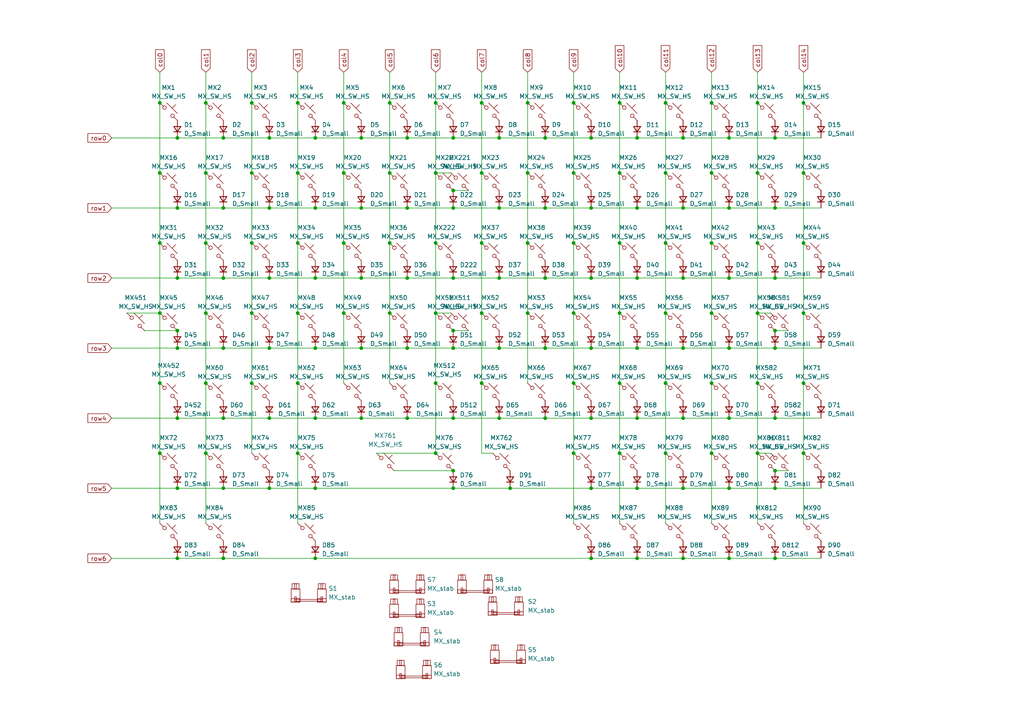
<source format=kicad_sch>
(kicad_sch (version 20230121) (generator eeschema)
  (paper "A4")
  (title_block (title "typomatrix") (date "2023-10-31") (rev "0.0.1") (company "jlw"))
  (junction (at 224.79 161.925))
  (junction (at 118.11 60.325))
  (junction (at 158.115 100.965))
  (junction (at 147.955 141.605))
  (junction (at 171.45 161.925))
  (junction (at 64.77 141.605))
  (junction (at 64.77 80.645))
  (junction (at 179.705 50.165))
  (junction (at 139.7 90.805))
  (junction (at 166.37 131.445))
  (junction (at 86.36 29.845))
  (junction (at 144.78 60.325))
  (junction (at 153.035 70.485))
  (junction (at 171.45 60.325))
  (junction (at 51.435 80.645))
  (junction (at 46.355 70.485))
  (junction (at 59.69 131.445))
  (junction (at 158.115 121.285))
  (junction (at 64.77 40.005))
  (junction (at 179.705 111.125))
  (junction (at 193.04 131.445))
  (junction (at 166.37 50.165))
  (junction (at 91.44 161.925))
  (junction (at 104.775 60.325))
  (junction (at 59.69 29.845))
  (junction (at 64.77 161.925))
  (junction (at 211.455 60.325))
  (junction (at 211.455 100.965))
  (junction (at 166.37 70.485))
  (junction (at 144.78 80.645))
  (junction (at 118.11 121.285))
  (junction (at 126.365 131.445))
  (junction (at 144.78 100.965))
  (junction (at 184.785 80.645))
  (junction (at 224.79 95.885))
  (junction (at 139.7 29.845))
  (junction (at 224.79 121.285))
  (junction (at 131.445 55.245))
  (junction (at 73.025 70.485))
  (junction (at 126.365 50.165))
  (junction (at 51.435 95.885))
  (junction (at 46.355 90.805))
  (junction (at 59.69 111.125))
  (junction (at 51.435 161.925))
  (junction (at 131.445 80.645))
  (junction (at 78.105 100.965))
  (junction (at 91.44 60.325))
  (junction (at 113.03 90.805))
  (junction (at 104.775 80.645))
  (junction (at 64.77 60.325))
  (junction (at 91.44 121.285))
  (junction (at 219.71 50.165))
  (junction (at 219.71 90.805))
  (junction (at 91.44 100.965))
  (junction (at 166.37 90.805))
  (junction (at 179.705 131.445))
  (junction (at 211.455 141.605))
  (junction (at 59.69 50.165))
  (junction (at 78.105 141.605))
  (junction (at 219.71 29.845))
  (junction (at 131.445 141.605))
  (junction (at 131.445 100.965))
  (junction (at 64.77 121.285))
  (junction (at 233.045 29.845))
  (junction (at 78.105 60.325))
  (junction (at 224.79 136.525))
  (junction (at 46.355 29.845))
  (junction (at 206.375 111.125))
  (junction (at 233.045 90.805))
  (junction (at 219.71 70.485))
  (junction (at 139.7 50.165))
  (junction (at 59.69 90.805))
  (junction (at 59.69 70.485))
  (junction (at 51.435 121.285))
  (junction (at 78.105 121.285))
  (junction (at 166.37 111.125))
  (junction (at 86.36 111.125))
  (junction (at 198.12 141.605))
  (junction (at 126.365 111.125))
  (junction (at 198.12 121.285))
  (junction (at 73.025 111.125))
  (junction (at 126.365 29.845))
  (junction (at 86.36 90.805))
  (junction (at 86.36 131.445))
  (junction (at 224.79 141.605))
  (junction (at 184.785 121.285))
  (junction (at 46.355 131.445))
  (junction (at 118.11 80.645))
  (junction (at 51.435 141.605))
  (junction (at 171.45 100.965))
  (junction (at 206.375 50.165))
  (junction (at 99.695 70.485))
  (junction (at 99.695 29.845))
  (junction (at 206.375 29.845))
  (junction (at 78.105 80.645))
  (junction (at 78.105 40.005))
  (junction (at 206.375 90.805))
  (junction (at 126.365 90.805))
  (junction (at 51.435 40.005))
  (junction (at 233.045 50.165))
  (junction (at 184.785 40.005))
  (junction (at 158.115 60.325))
  (junction (at 224.79 40.005))
  (junction (at 153.035 50.165))
  (junction (at 131.445 95.885))
  (junction (at 184.785 60.325))
  (junction (at 99.695 50.165))
  (junction (at 64.77 100.965))
  (junction (at 46.355 50.165))
  (junction (at 51.435 60.325))
  (junction (at 233.045 70.485))
  (junction (at 139.7 70.485))
  (junction (at 193.04 70.485))
  (junction (at 224.79 60.325))
  (junction (at 198.12 161.925))
  (junction (at 179.705 70.485))
  (junction (at 104.775 100.965))
  (junction (at 166.37 29.845))
  (junction (at 118.11 40.005))
  (junction (at 131.445 121.285))
  (junction (at 211.455 121.285))
  (junction (at 86.36 70.485))
  (junction (at 99.695 90.805))
  (junction (at 104.775 40.005))
  (junction (at 144.78 121.285))
  (junction (at 211.455 80.645))
  (junction (at 131.445 40.005))
  (junction (at 211.455 161.925))
  (junction (at 153.035 29.845))
  (junction (at 233.045 131.445))
  (junction (at 158.115 80.645))
  (junction (at 233.045 111.125))
  (junction (at 206.375 131.445))
  (junction (at 126.365 70.485))
  (junction (at 171.45 121.285))
  (junction (at 46.355 111.125))
  (junction (at 179.705 90.805))
  (junction (at 184.785 141.605))
  (junction (at 219.71 111.125))
  (junction (at 158.115 40.005))
  (junction (at 113.03 70.485))
  (junction (at 224.79 100.965))
  (junction (at 153.035 90.805))
  (junction (at 211.455 40.005))
  (junction (at 184.785 161.925))
  (junction (at 73.025 90.805))
  (junction (at 184.785 100.965))
  (junction (at 179.705 29.845))
  (junction (at 113.03 29.845))
  (junction (at 131.445 60.325))
  (junction (at 198.12 40.005))
  (junction (at 104.775 121.285))
  (junction (at 198.12 60.325))
  (junction (at 171.45 80.645))
  (junction (at 73.025 50.165))
  (junction (at 193.04 29.845))
  (junction (at 118.11 100.965))
  (junction (at 193.04 50.165))
  (junction (at 206.375 70.485))
  (junction (at 171.45 141.605))
  (junction (at 224.79 80.645))
  (junction (at 51.435 100.965))
  (junction (at 171.45 40.005))
  (junction (at 113.03 50.165))
  (junction (at 91.44 40.005))
  (junction (at 144.78 40.005))
  (junction (at 193.04 111.125))
  (junction (at 131.445 136.525))
  (junction (at 219.71 131.445))
  (junction (at 139.7 111.125))
  (junction (at 198.12 80.645))
  (junction (at 91.44 80.645))
  (junction (at 198.12 100.965))
  (junction (at 73.025 29.845))
  (junction (at 86.36 50.165))
  (junction (at 193.04 90.805))
  (junction (at 91.44 141.605))
  (wire (pts (xy 59.69 111.125) (xy 59.69 131.445)))
  (wire (pts (xy 198.12 80.645) (xy 211.455 80.645)))
  (wire (pts (xy 118.11 121.285) (xy 131.445 121.285)))
  (wire (pts (xy 118.11 80.645) (xy 131.445 80.645)))
  (wire (pts (xy 179.705 29.845) (xy 179.705 50.165)))
  (wire (pts (xy 166.37 111.125) (xy 166.37 131.445)))
  (wire (pts (xy 233.045 111.125) (xy 233.045 131.445)))
  (wire (pts (xy 224.79 121.285) (xy 238.125 121.285)))
  (wire (pts (xy 211.455 141.605) (xy 224.79 141.605)))
  (wire (pts (xy 91.44 40.005) (xy 104.775 40.005)))
  (wire (pts (xy 78.105 80.645) (xy 91.44 80.645)))
  (wire (pts (xy 51.435 40.005) (xy 64.77 40.005)))
  (wire (pts (xy 126.365 50.165) (xy 130.81 50.165)))
  (wire (pts (xy 219.71 70.485) (xy 219.71 90.805)))
  (wire (pts (xy 126.365 90.805) (xy 126.365 111.125)))
  (wire (pts (xy 91.44 100.965) (xy 104.775 100.965)))
  (wire (pts (xy 233.045 70.485) (xy 233.045 90.805)))
  (wire (pts (xy 104.775 100.965) (xy 118.11 100.965)))
  (wire (pts (xy 139.7 20.955) (xy 139.7 29.845)))
  (wire (pts (xy 144.78 121.285) (xy 158.115 121.285)))
  (wire (pts (xy 73.025 111.125) (xy 73.025 131.445)))
  (wire (pts (xy 51.435 100.965) (xy 64.77 100.965)))
  (wire (pts (xy 198.12 161.925) (xy 211.455 161.925)))
  (wire (pts (xy 41.91 95.885) (xy 51.435 95.885)))
  (wire (pts (xy 113.03 29.845) (xy 113.03 50.165)))
  (wire (pts (xy 32.385 80.645) (xy 51.435 80.645)))
  (wire (pts (xy 91.44 121.285) (xy 104.775 121.285)))
  (wire (pts (xy 78.105 100.965) (xy 91.44 100.965)))
  (wire (pts (xy 171.45 141.605) (xy 184.785 141.605)))
  (wire (pts (xy 126.365 90.805) (xy 130.81 90.805)))
  (wire (pts (xy 46.355 20.955) (xy 46.355 29.845)))
  (wire (pts (xy 198.12 100.965) (xy 211.455 100.965)))
  (wire (pts (xy 86.36 90.805) (xy 86.36 111.125)))
  (wire (pts (xy 179.705 70.485) (xy 179.705 90.805)))
  (wire (pts (xy 211.455 40.005) (xy 224.79 40.005)))
  (wire (pts (xy 179.705 111.125) (xy 179.705 131.445)))
  (wire (pts (xy 131.445 40.005) (xy 144.78 40.005)))
  (wire (pts (xy 99.695 70.485) (xy 99.695 90.805)))
  (wire (pts (xy 224.79 60.325) (xy 238.125 60.325)))
  (wire (pts (xy 32.385 141.605) (xy 51.435 141.605)))
  (wire (pts (xy 144.78 80.645) (xy 158.115 80.645)))
  (wire (pts (xy 211.455 161.925) (xy 224.79 161.925)))
  (wire (pts (xy 126.365 50.165) (xy 126.365 70.485)))
  (wire (pts (xy 224.79 100.965) (xy 238.125 100.965)))
  (wire (pts (xy 153.035 50.165) (xy 153.035 70.485)))
  (wire (pts (xy 179.705 131.445) (xy 179.705 151.765)))
  (wire (pts (xy 219.71 90.805) (xy 219.71 111.125)))
  (wire (pts (xy 73.025 70.485) (xy 73.025 90.805)))
  (wire (pts (xy 86.36 50.165) (xy 86.36 70.485)))
  (wire (pts (xy 184.785 40.005) (xy 198.12 40.005)))
  (wire (pts (xy 158.115 121.285) (xy 171.45 121.285)))
  (wire (pts (xy 139.7 111.125) (xy 139.7 131.445)))
  (wire (pts (xy 211.455 100.965) (xy 224.79 100.965)))
  (wire (pts (xy 73.025 90.805) (xy 73.025 111.125)))
  (wire (pts (xy 126.365 70.485) (xy 126.365 90.805)))
  (wire (pts (xy 144.78 60.325) (xy 158.115 60.325)))
  (wire (pts (xy 118.11 40.005) (xy 131.445 40.005)))
  (wire (pts (xy 32.385 121.285) (xy 51.435 121.285)))
  (wire (pts (xy 193.04 131.445) (xy 193.04 151.765)))
  (wire (pts (xy 126.365 111.125) (xy 126.365 131.445)))
  (wire (pts (xy 64.77 161.925) (xy 91.44 161.925)))
  (wire (pts (xy 171.45 100.965) (xy 184.785 100.965)))
  (wire (pts (xy 64.77 40.005) (xy 78.105 40.005)))
  (wire (pts (xy 224.79 95.885) (xy 228.6 95.885)))
  (wire (pts (xy 86.36 29.845) (xy 86.36 50.165)))
  (wire (pts (xy 158.115 80.645) (xy 171.45 80.645)))
  (wire (pts (xy 59.69 20.955) (xy 59.69 29.845)))
  (wire (pts (xy 59.69 70.485) (xy 59.69 90.805)))
  (wire (pts (xy 179.705 50.165) (xy 179.705 70.485)))
  (wire (pts (xy 99.695 20.955) (xy 99.695 29.845)))
  (wire (pts (xy 36.83 90.805) (xy 46.355 90.805)))
  (wire (pts (xy 131.445 100.965) (xy 144.78 100.965)))
  (wire (pts (xy 198.12 141.605) (xy 211.455 141.605)))
  (wire (pts (xy 153.035 29.845) (xy 153.035 50.165)))
  (wire (pts (xy 32.385 100.965) (xy 51.435 100.965)))
  (wire (pts (xy 184.785 100.965) (xy 198.12 100.965)))
  (wire (pts (xy 193.04 90.805) (xy 193.04 111.125)))
  (wire (pts (xy 193.04 70.485) (xy 193.04 90.805)))
  (wire (pts (xy 219.71 131.445) (xy 223.52 131.445)))
  (wire (pts (xy 64.77 60.325) (xy 78.105 60.325)))
  (wire (pts (xy 219.71 90.805) (xy 223.52 90.805)))
  (wire (pts (xy 184.785 141.605) (xy 198.12 141.605)))
  (wire (pts (xy 113.03 20.955) (xy 113.03 29.845)))
  (wire (pts (xy 158.115 60.325) (xy 171.45 60.325)))
  (wire (pts (xy 198.12 40.005) (xy 211.455 40.005)))
  (wire (pts (xy 118.11 60.325) (xy 131.445 60.325)))
  (wire (pts (xy 233.045 20.955) (xy 233.045 29.845)))
  (wire (pts (xy 198.12 60.325) (xy 211.455 60.325)))
  (wire (pts (xy 91.44 60.325) (xy 104.775 60.325)))
  (wire (pts (xy 224.79 141.605) (xy 238.125 141.605)))
  (wire (pts (xy 171.45 40.005) (xy 184.785 40.005)))
  (wire (pts (xy 46.355 131.445) (xy 46.355 151.765)))
  (wire (pts (xy 46.355 70.485) (xy 46.355 90.805)))
  (wire (pts (xy 153.035 90.805) (xy 153.035 111.125)))
  (wire (pts (xy 193.04 20.955) (xy 193.04 29.845)))
  (wire (pts (xy 184.785 121.285) (xy 198.12 121.285)))
  (wire (pts (xy 32.385 161.925) (xy 51.435 161.925)))
  (wire (pts (xy 99.695 29.845) (xy 99.695 50.165)))
  (wire (pts (xy 131.445 121.285) (xy 144.78 121.285)))
  (wire (pts (xy 206.375 70.485) (xy 206.375 90.805)))
  (wire (pts (xy 166.37 29.845) (xy 166.37 50.165)))
  (wire (pts (xy 131.445 141.605) (xy 147.955 141.605)))
  (wire (pts (xy 51.435 60.325) (xy 64.77 60.325)))
  (wire (pts (xy 153.035 20.955) (xy 153.035 29.845)))
  (wire (pts (xy 51.435 141.605) (xy 64.77 141.605)))
  (wire (pts (xy 104.775 60.325) (xy 118.11 60.325)))
  (wire (pts (xy 171.45 121.285) (xy 184.785 121.285)))
  (wire (pts (xy 64.77 141.605) (xy 78.105 141.605)))
  (wire (pts (xy 99.695 50.165) (xy 99.695 70.485)))
  (wire (pts (xy 139.7 29.845) (xy 139.7 50.165)))
  (wire (pts (xy 118.11 100.965) (xy 131.445 100.965)))
  (wire (pts (xy 78.105 60.325) (xy 91.44 60.325)))
  (wire (pts (xy 91.44 141.605) (xy 131.445 141.605)))
  (wire (pts (xy 131.445 55.245) (xy 135.89 55.245)))
  (wire (pts (xy 219.71 131.445) (xy 219.71 151.765)))
  (wire (pts (xy 86.36 70.485) (xy 86.36 90.805)))
  (wire (pts (xy 32.385 40.005) (xy 51.435 40.005)))
  (wire (pts (xy 184.785 60.325) (xy 198.12 60.325)))
  (wire (pts (xy 59.69 29.845) (xy 59.69 50.165)))
  (wire (pts (xy 86.36 131.445) (xy 86.36 151.765)))
  (wire (pts (xy 113.03 70.485) (xy 113.03 90.805)))
  (wire (pts (xy 109.22 131.445) (xy 126.365 131.445)))
  (wire (pts (xy 104.775 40.005) (xy 118.11 40.005)))
  (wire (pts (xy 211.455 80.645) (xy 224.79 80.645)))
  (wire (pts (xy 198.12 121.285) (xy 211.455 121.285)))
  (wire (pts (xy 171.45 60.325) (xy 184.785 60.325)))
  (wire (pts (xy 224.79 161.925) (xy 238.125 161.925)))
  (wire (pts (xy 51.435 161.925) (xy 64.77 161.925)))
  (wire (pts (xy 166.37 131.445) (xy 166.37 151.765)))
  (wire (pts (xy 179.705 20.955) (xy 179.705 29.845)))
  (wire (pts (xy 113.03 90.805) (xy 113.03 111.125)))
  (wire (pts (xy 78.105 121.285) (xy 91.44 121.285)))
  (wire (pts (xy 224.79 80.645) (xy 238.125 80.645)))
  (wire (pts (xy 233.045 50.165) (xy 233.045 70.485)))
  (wire (pts (xy 158.115 100.965) (xy 171.45 100.965)))
  (wire (pts (xy 206.375 90.805) (xy 206.375 111.125)))
  (wire (pts (xy 113.03 50.165) (xy 113.03 70.485)))
  (wire (pts (xy 59.69 50.165) (xy 59.69 70.485)))
  (wire (pts (xy 184.785 80.645) (xy 198.12 80.645)))
  (wire (pts (xy 219.71 29.845) (xy 219.71 50.165)))
  (wire (pts (xy 193.04 50.165) (xy 193.04 70.485)))
  (wire (pts (xy 206.375 29.845) (xy 206.375 50.165)))
  (wire (pts (xy 104.775 121.285) (xy 118.11 121.285)))
  (wire (pts (xy 51.435 121.285) (xy 64.77 121.285)))
  (wire (pts (xy 179.705 90.805) (xy 179.705 111.125)))
  (wire (pts (xy 153.035 70.485) (xy 153.035 90.805)))
  (wire (pts (xy 51.435 80.645) (xy 64.77 80.645)))
  (wire (pts (xy 184.785 161.925) (xy 198.12 161.925)))
  (wire (pts (xy 126.365 20.955) (xy 126.365 29.845)))
  (wire (pts (xy 131.445 95.885) (xy 135.89 95.885)))
  (wire (pts (xy 171.45 80.645) (xy 184.785 80.645)))
  (wire (pts (xy 211.455 60.325) (xy 224.79 60.325)))
  (wire (pts (xy 224.79 40.005) (xy 238.125 40.005)))
  (wire (pts (xy 73.025 29.845) (xy 73.025 50.165)))
  (wire (pts (xy 224.79 136.525) (xy 228.6 136.525)))
  (wire (pts (xy 139.7 70.485) (xy 139.7 90.805)))
  (wire (pts (xy 193.04 29.845) (xy 193.04 50.165)))
  (wire (pts (xy 131.445 60.325) (xy 144.78 60.325)))
  (wire (pts (xy 147.955 141.605) (xy 171.45 141.605)))
  (wire (pts (xy 233.045 131.445) (xy 233.045 151.765)))
  (wire (pts (xy 46.355 90.805) (xy 46.355 111.125)))
  (wire (pts (xy 86.36 20.955) (xy 86.36 29.845)))
  (wire (pts (xy 126.365 29.845) (xy 126.365 50.165)))
  (wire (pts (xy 219.71 50.165) (xy 219.71 70.485)))
  (wire (pts (xy 131.445 80.645) (xy 144.78 80.645)))
  (wire (pts (xy 46.355 111.125) (xy 46.355 131.445)))
  (wire (pts (xy 211.455 121.285) (xy 224.79 121.285)))
  (wire (pts (xy 219.71 111.125) (xy 219.71 131.445)))
  (wire (pts (xy 166.37 20.955) (xy 166.37 29.845)))
  (wire (pts (xy 64.77 100.965) (xy 78.105 100.965)))
  (wire (pts (xy 59.69 131.445) (xy 59.69 151.765)))
  (wire (pts (xy 166.37 70.485) (xy 166.37 90.805)))
  (wire (pts (xy 78.105 141.605) (xy 91.44 141.605)))
  (wire (pts (xy 46.355 29.845) (xy 46.355 50.165)))
  (wire (pts (xy 99.695 90.805) (xy 99.695 111.125)))
  (wire (pts (xy 206.375 20.955) (xy 206.375 29.845)))
  (wire (pts (xy 206.375 131.445) (xy 206.375 151.765)))
  (wire (pts (xy 73.025 50.165) (xy 73.025 70.485)))
  (wire (pts (xy 233.045 90.805) (xy 233.045 111.125)))
  (wire (pts (xy 193.04 111.125) (xy 193.04 131.445)))
  (wire (pts (xy 91.44 80.645) (xy 104.775 80.645)))
  (wire (pts (xy 46.355 50.165) (xy 46.355 70.485)))
  (wire (pts (xy 78.105 40.005) (xy 91.44 40.005)))
  (wire (pts (xy 64.77 80.645) (xy 78.105 80.645)))
  (wire (pts (xy 139.7 50.165) (xy 139.7 70.485)))
  (wire (pts (xy 104.775 80.645) (xy 118.11 80.645)))
  (wire (pts (xy 73.025 20.955) (xy 73.025 29.845)))
  (wire (pts (xy 158.115 40.005) (xy 171.45 40.005)))
  (wire (pts (xy 206.375 50.165) (xy 206.375 70.485)))
  (wire (pts (xy 59.69 90.805) (xy 59.69 111.125)))
  (wire (pts (xy 139.7 90.805) (xy 139.7 111.125)))
  (wire (pts (xy 171.45 161.925) (xy 184.785 161.925)))
  (wire (pts (xy 206.375 111.125) (xy 206.375 131.445)))
  (wire (pts (xy 32.385 60.325) (xy 51.435 60.325)))
  (wire (pts (xy 144.78 100.965) (xy 158.115 100.965)))
  (wire (pts (xy 114.3 136.525) (xy 131.445 136.525)))
  (wire (pts (xy 64.77 121.285) (xy 78.105 121.285)))
  (wire (pts (xy 166.37 90.805) (xy 166.37 111.125)))
  (wire (pts (xy 139.7 131.445) (xy 142.875 131.445)))
  (wire (pts (xy 144.78 40.005) (xy 158.115 40.005)))
  (wire (pts (xy 91.44 161.925) (xy 171.45 161.925)))
  (wire (pts (xy 166.37 50.165) (xy 166.37 70.485)))
  (wire (pts (xy 219.71 20.955) (xy 219.71 29.845)))
  (wire (pts (xy 86.36 111.125) (xy 86.36 131.445)))
  (wire (pts (xy 233.045 29.845) (xy 233.045 50.165)))
  (global_label "col5" (shape input) (at 113.03 20.955 90) (property "Intersheetrefs" "${INTERSHEET_REFS}" (effects hide)))
  (global_label "col4" (shape input) (at 99.695 20.955 90) (property "Intersheetrefs" "${INTERSHEET_REFS}" (effects hide)))
  (global_label "col0" (shape input) (at 46.355 20.955 90) (property "Intersheetrefs" "${INTERSHEET_REFS}" (effects hide)))
  (global_label "col13" (shape input) (at 219.71 20.955 90) (property "Intersheetrefs" "${INTERSHEET_REFS}" (effects hide)))
  (global_label "col10" (shape input) (at 179.705 20.955 90) (property "Intersheetrefs" "${INTERSHEET_REFS}" (effects hide)))
  (global_label "col12" (shape input) (at 206.375 20.955 90) (property "Intersheetrefs" "${INTERSHEET_REFS}" (effects hide)))
  (global_label "row1" (shape input) (at 32.385 60.325 180) (property "Intersheetrefs" "${INTERSHEET_REFS}" (effects hide)))
  (global_label "col2" (shape input) (at 73.025 20.955 90) (property "Intersheetrefs" "${INTERSHEET_REFS}" (effects hide)))
  (global_label "row4" (shape input) (at 32.385 121.285 180) (property "Intersheetrefs" "${INTERSHEET_REFS}" (effects hide)))
  (global_label "row2" (shape input) (at 32.385 80.645 180) (property "Intersheetrefs" "${INTERSHEET_REFS}" (effects hide)))
  (global_label "row6" (shape input) (at 32.385 161.925 180) (property "Intersheetrefs" "${INTERSHEET_REFS}" (effects hide)))
  (global_label "row3" (shape input) (at 32.385 100.965 180) (property "Intersheetrefs" "${INTERSHEET_REFS}" (effects hide)))
  (global_label "row5" (shape input) (at 32.385 141.605 180) (property "Intersheetrefs" "${INTERSHEET_REFS}" (effects hide)))
  (global_label "col7" (shape input) (at 139.7 20.955 90) (property "Intersheetrefs" "${INTERSHEET_REFS}" (effects hide)))
  (global_label "col8" (shape input) (at 153.035 20.955 90) (property "Intersheetrefs" "${INTERSHEET_REFS}" (effects hide)))
  (global_label "row0" (shape input) (at 32.385 40.005 180) (property "Intersheetrefs" "${INTERSHEET_REFS}" (effects hide)))
  (global_label "col3" (shape input) (at 86.36 20.955 90) (property "Intersheetrefs" "${INTERSHEET_REFS}" (effects hide)))
  (global_label "col9" (shape input) (at 166.37 20.955 90) (property "Intersheetrefs" "${INTERSHEET_REFS}" (effects hide)))
  (global_label "col6" (shape input) (at 126.365 20.955 90) (property "Intersheetrefs" "${INTERSHEET_REFS}" (effects hide)))
  (global_label "col14" (shape input) (at 233.045 20.955 90) (property "Intersheetrefs" "${INTERSHEET_REFS}" (effects hide)))
  (global_label "col11" (shape input) (at 193.04 20.955 90) (property "Intersheetrefs" "${INTERSHEET_REFS}" (effects hide)))
  (global_label "col1" (shape input) (at 59.69 20.955 90) (property "Intersheetrefs" "${INTERSHEET_REFS}" (effects hide)))
  (symbol (lib_id "PCM_marbastlib-mx:MX_SW_HS") (at 115.57 93.345 0) (unit 1)
    (property "Reference" "MX50" (at 115.57 86.36 0))
    (property "Value" "MX_SW_HS" (at 115.57 88.9 0))
    (property "Footprint" "PCM_marbastlib-mx:SW_MX_HS_1u" (effects hide))
    (property "LCSC" "C5156480" (effects hide))
  )
  (symbol (lib_id "PCM_marbastlib-mx:MX_stab") (at 119.38 184.785 0) (unit 1)
    (property "Reference" "S4" (at 125.73 183.388 0) (effects (justify left)))
    (property "Value" "MX_stab" (at 125.73 185.928 0) (effects (justify left)))
    (property "Footprint" "PCM_marbastlib-mx:STAB_MX_P_2u" (effects hide))
  )
  (symbol (lib_id "PCM_marbastlib-mx:MX_SW_HS") (at 168.91 52.705 0) (unit 1)
    (property "Reference" "MX25" (at 168.91 45.72 0))
    (property "Value" "MX_SW_HS" (at 168.91 48.26 0))
    (property "Footprint" "PCM_marbastlib-mx:SW_MX_HS_1u" (effects hide))
    (property "LCSC" "C5156480" (effects hide))
  )
  (symbol (lib_id "Device:D_Small") (at 211.455 37.465 90) (unit 1)
    (property "Reference" "D13" (at 213.36 36.195 90) (effects (justify right)))
    (property "Value" "D_Small" (at 213.36 38.735 90) (effects (justify right)))
    (property "Footprint" "Diode_SMD:D_SOD-123" (effects hide))
    (property "Sim.Device" "D" (effects hide))
    (property "Sim.Pins" "1=K 2=A" (effects hide))
    (property "LCSC" "C81598" (effects hide))
  )
  (symbol (lib_id "Device:D_Small") (at 78.105 139.065 90) (unit 1)
    (property "Reference" "D74" (at 80.01 137.795 90) (effects (justify right)))
    (property "Value" "D_Small" (at 80.01 140.335 90) (effects (justify right)))
    (property "Footprint" "Diode_SMD:D_SOD-123" (effects hide))
    (property "Sim.Device" "D" (effects hide))
    (property "Sim.Pins" "1=K 2=A" (effects hide))
    (property "LCSC" "C81598" (effects hide))
  )
  (symbol (lib_id "Device:D_Small") (at 238.125 78.105 90) (unit 1)
    (property "Reference" "D44" (at 240.03 76.835 90) (effects (justify right)))
    (property "Value" "D_Small" (at 240.03 79.375 90) (effects (justify right)))
    (property "Footprint" "Diode_SMD:D_SOD-123" (effects hide))
    (property "Sim.Device" "D" (effects hide))
    (property "Sim.Pins" "1=K 2=A" (effects hide))
    (property "LCSC" "C81598" (effects hide))
  )
  (symbol (lib_id "Device:D_Small") (at 184.785 98.425 90) (unit 1)
    (property "Reference" "D55" (at 187.325 97.155 90) (effects (justify right)))
    (property "Value" "D_Small" (at 187.325 99.695 90) (effects (justify right)))
    (property "Footprint" "Diode_SMD:D_SOD-123" (effects hide))
    (property "Sim.Device" "D" (effects hide))
    (property "Sim.Pins" "1=K 2=A" (effects hide))
    (property "LCSC" "C81598" (effects hide))
  )
  (symbol (lib_id "PCM_marbastlib-mx:MX_SW_HS") (at 88.9 133.985 0) (unit 1)
    (property "Reference" "MX75" (at 88.9 127 0))
    (property "Value" "MX_SW_HS" (at 88.9 129.54 0))
    (property "Footprint" "PCM_marbastlib-mx:SW_MX_HS_1u" (effects hide))
    (property "LCSC" "C5156480" (effects hide))
  )
  (symbol (lib_id "Device:D_Small") (at 131.445 98.425 90) (unit 1)
    (property "Reference" "D51" (at 133.35 97.155 90) (effects (justify right)))
    (property "Value" "D_Small" (at 133.35 99.695 90) (effects (justify right)))
    (property "Footprint" "Diode_SMD:D_SOD-123" (effects hide))
    (property "Sim.Device" "D" (effects hide))
    (property "Sim.Pins" "1=K 2=A" (effects hide))
    (property "LCSC" "C81598" (effects hide))
  )
  (symbol (lib_id "Device:D_Small") (at 104.775 98.425 90) (unit 1)
    (property "Reference" "D49" (at 107.315 97.155 90) (effects (justify right)))
    (property "Value" "D_Small" (at 107.315 99.695 90) (effects (justify right)))
    (property "Footprint" "Diode_SMD:D_SOD-123" (effects hide))
    (property "Sim.Device" "D" (effects hide))
    (property "Sim.Pins" "1=K 2=A" (effects hide))
    (property "LCSC" "C81598" (effects hide))
  )
  (symbol (lib_id "PCM_marbastlib-mx:MX_SW_HS") (at 222.25 32.385 0) (unit 1)
    (property "Reference" "MX14" (at 222.25 25.4 0))
    (property "Value" "MX_SW_HS" (at 222.25 27.94 0))
    (property "Footprint" "PCM_marbastlib-mx:SW_MX_HS_1u" (effects hide))
    (property "LCSC" "C5156480" (effects hide))
  )
  (symbol (lib_id "PCM_marbastlib-mx:MX_SW_HS") (at 222.25 133.985 0) (unit 1)
    (property "Reference" "MX81" (at 222.25 127 0))
    (property "Value" "MX_SW_HS" (at 222.25 129.54 0))
    (property "Footprint" "PCM_marbastlib-mx:SW_MX_HS_1u" (effects hide))
    (property "LCSC" "C5156480" (effects hide))
  )
  (symbol (lib_id "PCM_marbastlib-mx:MX_SW_HS") (at 155.575 113.665 0) (unit 1)
    (property "Reference" "MX66" (at 155.575 106.68 0))
    (property "Value" "MX_SW_HS" (at 155.575 109.22 0))
    (property "Footprint" "PCM_marbastlib-mx:SW_MX_HS_1u" (effects hide))
    (property "LCSC" "C5156480" (effects hide))
  )
  (symbol (lib_id "Device:D_Small") (at 171.45 118.745 90) (unit 1)
    (property "Reference" "D67" (at 173.355 117.475 90) (effects (justify right)))
    (property "Value" "D_Small" (at 173.355 120.015 90) (effects (justify right)))
    (property "Footprint" "Diode_SMD:D_SOD-123" (effects hide))
    (property "Sim.Device" "D" (effects hide))
    (property "Sim.Pins" "1=K 2=A" (effects hide))
    (property "LCSC" "C81598" (effects hide))
  )
  (symbol (lib_id "PCM_marbastlib-mx:MX_SW_HS") (at 128.905 73.025 0) (unit 1)
    (property "Reference" "MX222" (at 128.905 66.04 0))
    (property "Value" "MX_SW_HS" (at 128.905 68.58 0))
    (property "Footprint" "PCM_marbastlib-mx:SW_MX_HS_1u" (effects hide))
    (property "LCSC" "C5156480" (effects hide))
  )
  (symbol (lib_id "Device:D_Small") (at 211.455 118.745 90) (unit 1)
    (property "Reference" "D70" (at 213.36 117.475 90) (effects (justify right)))
    (property "Value" "D_Small" (at 213.36 120.015 90) (effects (justify right)))
    (property "Footprint" "Diode_SMD:D_SOD-123" (effects hide))
    (property "Sim.Device" "D" (effects hide))
    (property "Sim.Pins" "1=K 2=A" (effects hide))
    (property "LCSC" "C81598" (effects hide))
  )
  (symbol (lib_id "Device:D_Small") (at 171.45 57.785 90) (unit 1)
    (property "Reference" "D25" (at 173.355 56.515 90) (effects (justify right)))
    (property "Value" "D_Small" (at 173.355 59.055 90) (effects (justify right)))
    (property "Footprint" "Diode_SMD:D_SOD-123" (effects hide))
    (property "Sim.Device" "D" (effects hide))
    (property "Sim.Pins" "1=K 2=A" (effects hide))
    (property "LCSC" "C81598" (effects hide))
  )
  (symbol (lib_id "Device:D_Small") (at 78.105 118.745 90) (unit 1)
    (property "Reference" "D61" (at 80.645 117.475 90) (effects (justify right)))
    (property "Value" "D_Small" (at 80.645 120.015 90) (effects (justify right)))
    (property "Footprint" "Diode_SMD:D_SOD-123" (effects hide))
    (property "Sim.Device" "D" (effects hide))
    (property "Sim.Pins" "1=K 2=A" (effects hide))
    (property "LCSC" "C81598" (effects hide))
  )
  (symbol (lib_id "Device:D_Small") (at 211.455 98.425 90) (unit 1)
    (property "Reference" "D57" (at 213.36 97.155 90) (effects (justify right)))
    (property "Value" "D_Small" (at 213.36 99.695 90) (effects (justify right)))
    (property "Footprint" "Diode_SMD:D_SOD-123" (effects hide))
    (property "Sim.Device" "D" (effects hide))
    (property "Sim.Pins" "1=K 2=A" (effects hide))
    (property "LCSC" "C81598" (effects hide))
  )
  (symbol (lib_id "PCM_marbastlib-mx:MX_stab") (at 147.32 189.865 0) (unit 1)
    (property "Reference" "S5" (at 153.035 188.468 0) (effects (justify left)))
    (property "Value" "MX_stab" (at 153.035 191.008 0) (effects (justify left)))
    (property "Footprint" "PCM_marbastlib-mx:STAB_MX_P_2u" (effects hide))
  )
  (symbol (lib_id "PCM_marbastlib-mx:MX_stab") (at 146.685 175.895 0) (unit 1)
    (property "Reference" "S2" (at 153.035 174.498 0) (effects (justify left)))
    (property "Value" "MX_stab" (at 153.035 177.038 0) (effects (justify left)))
    (property "Footprint" "PCM_marbastlib-mx:STAB_MX_P_2u" (effects hide))
  )
  (symbol (lib_id "PCM_marbastlib-mx:MX_stab") (at 137.795 169.545 0) (unit 1)
    (property "Reference" "S8" (at 143.51 168.148 0) (effects (justify left)))
    (property "Value" "MX_stab" (at 143.51 170.688 0) (effects (justify left)))
    (property "Footprint" "PCM_marbastlib-mx:STAB_MX_P_2.25u" (effects hide))
  )
  (symbol (lib_id "Device:D_Small") (at 198.12 57.785 90) (unit 1)
    (property "Reference" "D27" (at 200.025 56.515 90) (effects (justify right)))
    (property "Value" "D_Small" (at 200.025 59.055 90) (effects (justify right)))
    (property "Footprint" "Diode_SMD:D_SOD-123" (effects hide))
    (property "Sim.Device" "D" (effects hide))
    (property "Sim.Pins" "1=K 2=A" (effects hide))
    (property "LCSC" "C81598" (effects hide))
  )
  (symbol (lib_id "PCM_marbastlib-mx:MX_SW_HS") (at 168.91 113.665 0) (unit 1)
    (property "Reference" "MX67" (at 168.91 106.68 0))
    (property "Value" "MX_SW_HS" (at 168.91 109.22 0))
    (property "Footprint" "PCM_marbastlib-mx:SW_MX_HS_1u" (effects hide))
    (property "LCSC" "C5156480" (effects hide))
  )
  (symbol (lib_id "Device:D_Small") (at 64.77 57.785 90) (unit 1)
    (property "Reference" "D17" (at 67.31 56.515 90) (effects (justify right)))
    (property "Value" "D_Small" (at 67.31 59.055 90) (effects (justify right)))
    (property "Footprint" "Diode_SMD:D_SOD-123" (effects hide))
    (property "Sim.Device" "D" (effects hide))
    (property "Sim.Pins" "1=K 2=A" (effects hide))
    (property "LCSC" "C81598" (effects hide))
  )
  (symbol (lib_id "PCM_marbastlib-mx:MX_stab") (at 118.11 176.53 0) (unit 1)
    (property "Reference" "S3" (at 123.825 175.133 0) (effects (justify left)))
    (property "Value" "MX_stab" (at 123.825 177.673 0) (effects (justify left)))
    (property "Footprint" "PCM_marbastlib-mx:STAB_MX_P_2u" (effects hide))
  )
  (symbol (lib_id "PCM_marbastlib-mx:MX_SW_HS") (at 88.9 113.665 0) (unit 1)
    (property "Reference" "MX62" (at 88.9 106.68 0))
    (property "Value" "MX_SW_HS" (at 88.9 109.22 0))
    (property "Footprint" "PCM_marbastlib-mx:SW_MX_HS_1u" (effects hide))
    (property "LCSC" "C5156480" (effects hide))
  )
  (symbol (lib_id "Device:D_Small") (at 131.445 118.745 90) (unit 1)
    (property "Reference" "D512" (at 133.35 117.475 90) (effects (justify right)))
    (property "Value" "D_Small" (at 133.35 120.015 90) (effects (justify right)))
    (property "Footprint" "Diode_SMD:D_SOD-123" (effects hide))
    (property "Sim.Device" "D" (effects hide))
    (property "Sim.Pins" "1=K 2=A" (effects hide))
    (property "LCSC" "C81598" (effects hide))
  )
  (symbol (lib_id "PCM_marbastlib-mx:MX_SW_HS") (at 48.895 32.385 0) (unit 1)
    (property "Reference" "MX1" (at 48.895 25.4 0))
    (property "Value" "MX_SW_HS" (at 48.895 27.94 0))
    (property "Footprint" "PCM_marbastlib-mx:SW_MX_HS_1u" (effects hide))
    (property "LCSC" "C5156480" (effects hide))
  )
  (symbol (lib_id "Device:D_Small") (at 224.79 78.105 90) (unit 1)
    (property "Reference" "D43" (at 227.33 76.835 90) (effects (justify right)))
    (property "Value" "D_Small" (at 227.33 79.375 90) (effects (justify right)))
    (property "Footprint" "Diode_SMD:D_SOD-123" (effects hide))
    (property "Sim.Device" "D" (effects hide))
    (property "Sim.Pins" "1=K 2=A" (effects hide))
    (property "LCSC" "C81598" (effects hide))
  )
  (symbol (lib_id "PCM_marbastlib-mx:MX_SW_HS") (at 208.915 52.705 0) (unit 1)
    (property "Reference" "MX28" (at 208.915 45.72 0))
    (property "Value" "MX_SW_HS" (at 208.915 48.26 0))
    (property "Footprint" "PCM_marbastlib-mx:SW_MX_HS_1u" (effects hide))
    (property "LCSC" "C5156480" (effects hide))
  )
  (symbol (lib_id "PCM_marbastlib-mx:MX_SW_HS") (at 195.58 52.705 0) (unit 1)
    (property "Reference" "MX27" (at 195.58 45.72 0))
    (property "Value" "MX_SW_HS" (at 195.58 48.26 0))
    (property "Footprint" "PCM_marbastlib-mx:SW_MX_HS_1u" (effects hide))
    (property "LCSC" "C5156480" (effects hide))
  )
  (symbol (lib_id "Device:D_Small") (at 51.435 139.065 90) (unit 1)
    (property "Reference" "D72" (at 53.34 137.795 90) (effects (justify right)))
    (property "Value" "D_Small" (at 53.34 140.335 90) (effects (justify right)))
    (property "Footprint" "Diode_SMD:D_SOD-123" (effects hide))
    (property "Sim.Device" "D" (effects hide))
    (property "Sim.Pins" "1=K 2=A" (effects hide))
    (property "LCSC" "C81598" (effects hide))
  )
  (symbol (lib_id "PCM_marbastlib-mx:MX_SW_HS") (at 208.915 32.385 0) (unit 1)
    (property "Reference" "MX13" (at 208.915 25.4 0))
    (property "Value" "MX_SW_HS" (at 208.915 27.94 0))
    (property "Footprint" "PCM_marbastlib-mx:SW_MX_HS_1u" (effects hide))
    (property "LCSC" "C5156480" (effects hide))
  )
  (symbol (lib_id "Device:D_Small") (at 91.44 37.465 90) (unit 1)
    (property "Reference" "D4" (at 93.345 36.195 90) (effects (justify right)))
    (property "Value" "D_Small" (at 93.345 38.735 90) (effects (justify right)))
    (property "Footprint" "Diode_SMD:D_SOD-123" (effects hide))
    (property "Sim.Device" "D" (effects hide))
    (property "Sim.Pins" "1=K 2=A" (effects hide))
    (property "LCSC" "C81598" (effects hide))
  )
  (symbol (lib_id "PCM_marbastlib-mx:MX_SW_HS") (at 226.06 133.985 0) (unit 1)
    (property "Reference" "MX811" (at 226.06 127 0))
    (property "Value" "MX_SW_HS" (at 226.06 129.54 0))
    (property "Footprint" "PCM_marbastlib-mx:SW_MX_HS_1u" (effects hide))
    (property "LCSC" "C5156480" (effects hide))
  )
  (symbol (lib_id "PCM_marbastlib-mx:MX_SW_HS") (at 88.9 93.345 0) (unit 1)
    (property "Reference" "MX48" (at 88.9 86.36 0))
    (property "Value" "MX_SW_HS" (at 88.9 88.9 0))
    (property "Footprint" "PCM_marbastlib-mx:SW_MX_HS_1u" (effects hide))
    (property "LCSC" "C5156480" (effects hide))
  )
  (symbol (lib_id "PCM_marbastlib-mx:MX_SW_HS") (at 235.585 93.345 0) (unit 1)
    (property "Reference" "MX59" (at 235.585 86.36 0))
    (property "Value" "MX_SW_HS" (at 235.585 88.9 0))
    (property "Footprint" "PCM_marbastlib-mx:SW_MX_HS_1u" (effects hide))
    (property "LCSC" "C5156480" (effects hide))
  )
  (symbol (lib_id "Device:D_Small") (at 51.435 78.105 90) (unit 1)
    (property "Reference" "D31" (at 53.34 76.835 90) (effects (justify right)))
    (property "Value" "D_Small" (at 53.34 79.375 90) (effects (justify right)))
    (property "Footprint" "Diode_SMD:D_SOD-123" (effects hide))
    (property "Sim.Device" "D" (effects hide))
    (property "Sim.Pins" "1=K 2=A" (effects hide))
    (property "LCSC" "C81598" (effects hide))
  )
  (symbol (lib_id "Device:D_Small") (at 224.79 98.425 90) (unit 1)
    (property "Reference" "D58" (at 227.33 97.155 90) (effects (justify right)))
    (property "Value" "D_Small" (at 227.33 99.695 90) (effects (justify right)))
    (property "Footprint" "Diode_SMD:D_SOD-123" (effects hide))
    (property "Sim.Device" "D" (effects hide))
    (property "Sim.Pins" "1=K 2=A" (effects hide))
    (property "LCSC" "C81598" (effects hide))
  )
  (symbol (lib_id "Device:D_Small") (at 184.785 159.385 90) (unit 1)
    (property "Reference" "D87" (at 187.325 158.115 90) (effects (justify right)))
    (property "Value" "D_Small" (at 187.325 160.655 90) (effects (justify right)))
    (property "Footprint" "Diode_SMD:D_SOD-123" (effects hide))
    (property "Sim.Device" "D" (effects hide))
    (property "Sim.Pins" "1=K 2=A" (effects hide))
    (property "LCSC" "C81598" (effects hide))
  )
  (symbol (lib_id "Device:D_Small") (at 51.435 118.745 90) (unit 1)
    (property "Reference" "D452" (at 53.34 117.475 90) (effects (justify right)))
    (property "Value" "D_Small" (at 53.34 120.015 90) (effects (justify right)))
    (property "Footprint" "Diode_SMD:D_SOD-123" (effects hide))
    (property "Sim.Device" "D" (effects hide))
    (property "Sim.Pins" "1=K 2=A" (effects hide))
    (property "LCSC" "C81598" (effects hide))
  )
  (symbol (lib_id "Device:D_Small") (at 78.105 37.465 90) (unit 1)
    (property "Reference" "D3" (at 80.01 36.195 90) (effects (justify right)))
    (property "Value" "D_Small" (at 80.01 38.735 90) (effects (justify right)))
    (property "Footprint" "Diode_SMD:D_SOD-123" (effects hide))
    (property "Sim.Device" "D" (effects hide))
    (property "Sim.Pins" "1=K 2=A" (effects hide))
    (property "LCSC" "C81598" (effects hide))
  )
  (symbol (lib_id "Device:D_Small") (at 224.79 57.785 90) (unit 1)
    (property "Reference" "D29" (at 227.33 56.515 90) (effects (justify right)))
    (property "Value" "D_Small" (at 227.33 59.055 90) (effects (justify right)))
    (property "Footprint" "Diode_SMD:D_SOD-123" (effects hide))
    (property "Sim.Device" "D" (effects hide))
    (property "Sim.Pins" "1=K 2=A" (effects hide))
    (property "LCSC" "C81598" (effects hide))
  )
  (symbol (lib_id "Device:D_Small") (at 131.445 57.785 90) (unit 1)
    (property "Reference" "D22" (at 133.35 56.515 90) (effects (justify right)))
    (property "Value" "D_Small" (at 133.35 59.055 90) (effects (justify right)))
    (property "Footprint" "Diode_SMD:D_SOD-123" (effects hide))
    (property "Sim.Device" "D" (effects hide))
    (property "Sim.Pins" "1=K 2=A" (effects hide))
    (property "LCSC" "C81598" (effects hide))
  )
  (symbol (lib_id "Device:D_Small") (at 91.44 139.065 90) (unit 1)
    (property "Reference" "D75" (at 93.345 137.795 90) (effects (justify right)))
    (property "Value" "D_Small" (at 93.345 140.335 90) (effects (justify right)))
    (property "Footprint" "Diode_SMD:D_SOD-123" (effects hide))
    (property "Sim.Device" "D" (effects hide))
    (property "Sim.Pins" "1=K 2=A" (effects hide))
    (property "LCSC" "C81598" (effects hide))
  )
  (symbol (lib_id "PCM_marbastlib-mx:MX_SW_HS") (at 75.565 133.985 0) (unit 1)
    (property "Reference" "MX74" (at 75.565 127 0))
    (property "Value" "MX_SW_HS" (at 75.565 129.54 0))
    (property "Footprint" "PCM_marbastlib-mx:SW_MX_HS_1u" (effects hide))
    (property "LCSC" "C5156480" (effects hide))
  )
  (symbol (lib_id "Device:D_Small") (at 211.455 78.105 90) (unit 1)
    (property "Reference" "D42" (at 213.36 76.835 90) (effects (justify right)))
    (property "Value" "D_Small" (at 213.36 79.375 90) (effects (justify right)))
    (property "Footprint" "Diode_SMD:D_SOD-123" (effects hide))
    (property "Sim.Device" "D" (effects hide))
    (property "Sim.Pins" "1=K 2=A" (effects hide))
    (property "LCSC" "C81598" (effects hide))
  )
  (symbol (lib_id "PCM_marbastlib-mx:MX_SW_HS") (at 208.915 93.345 0) (unit 1)
    (property "Reference" "MX57" (at 208.915 86.36 0))
    (property "Value" "MX_SW_HS" (at 208.915 88.9 0))
    (property "Footprint" "PCM_marbastlib-mx:SW_MX_HS_1u" (effects hide))
    (property "LCSC" "C5156480" (effects hide))
  )
  (symbol (lib_id "PCM_marbastlib-mx:MX_SW_HS") (at 75.565 113.665 0) (unit 1)
    (property "Reference" "MX61" (at 75.565 106.68 0))
    (property "Value" "MX_SW_HS" (at 75.565 109.22 0))
    (property "Footprint" "PCM_marbastlib-mx:SW_MX_HS_1u" (effects hide))
    (property "LCSC" "C5156480" (effects hide))
  )
  (symbol (lib_id "Device:D_Small") (at 184.785 139.065 90) (unit 1)
    (property "Reference" "D78" (at 187.325 137.795 90) (effects (justify right)))
    (property "Value" "D_Small" (at 187.325 140.335 90) (effects (justify right)))
    (property "Footprint" "Diode_SMD:D_SOD-123" (effects hide))
    (property "Sim.Device" "D" (effects hide))
    (property "Sim.Pins" "1=K 2=A" (effects hide))
    (property "LCSC" "C81598" (effects hide))
  )
  (symbol (lib_id "PCM_marbastlib-mx:MX_SW_HS") (at 115.57 32.385 0) (unit 1)
    (property "Reference" "MX6" (at 115.57 25.4 0))
    (property "Value" "MX_SW_HS" (at 115.57 27.94 0))
    (property "Footprint" "PCM_marbastlib-mx:SW_MX_HS_1u" (effects hide))
    (property "LCSC" "C5156480" (effects hide))
  )
  (symbol (lib_id "Device:D_Small") (at 158.115 78.105 90) (unit 1)
    (property "Reference" "D38" (at 160.02 76.835 90) (effects (justify right)))
    (property "Value" "D_Small" (at 160.02 79.375 90) (effects (justify right)))
    (property "Footprint" "Diode_SMD:D_SOD-123" (effects hide))
    (property "Sim.Device" "D" (effects hide))
    (property "Sim.Pins" "1=K 2=A" (effects hide))
    (property "LCSC" "C81598" (effects hide))
  )
  (symbol (lib_id "PCM_marbastlib-mx:MX_SW_HS") (at 155.575 52.705 0) (unit 1)
    (property "Reference" "MX24" (at 155.575 45.72 0))
    (property "Value" "MX_SW_HS" (at 155.575 48.26 0))
    (property "Footprint" "PCM_marbastlib-mx:SW_MX_HS_1u" (effects hide))
    (property "LCSC" "C5156480" (effects hide))
  )
  (symbol (lib_id "Device:D_Small") (at 104.775 118.745 90) (unit 1)
    (property "Reference" "D63" (at 106.68 117.475 90) (effects (justify right)))
    (property "Value" "D_Small" (at 106.68 120.015 90) (effects (justify right)))
    (property "Footprint" "Diode_SMD:D_SOD-123" (effects hide))
    (property "Sim.Device" "D" (effects hide))
    (property "Sim.Pins" "1=K 2=A" (effects hide))
    (property "LCSC" "C81598" (effects hide))
  )
  (symbol (lib_id "PCM_marbastlib-mx:MX_SW_HS") (at 235.585 113.665 0) (unit 1)
    (property "Reference" "MX71" (at 235.585 106.68 0))
    (property "Value" "MX_SW_HS" (at 235.585 109.22 0))
    (property "Footprint" "PCM_marbastlib-mx:SW_MX_HS_1u" (effects hide))
    (property "LCSC" "C5156480" (effects hide))
  )
  (symbol (lib_id "Device:D_Small") (at 64.77 78.105 90) (unit 1)
    (property "Reference" "D32" (at 67.31 76.835 90) (effects (justify right)))
    (property "Value" "D_Small" (at 67.31 79.375 90) (effects (justify right)))
    (property "Footprint" "Diode_SMD:D_SOD-123" (effects hide))
    (property "Sim.Device" "D" (effects hide))
    (property "Sim.Pins" "1=K 2=A" (effects hide))
    (property "LCSC" "C81598" (effects hide))
  )
  (symbol (lib_id "PCM_marbastlib-mx:MX_SW_HS") (at 62.23 73.025 0) (unit 1)
    (property "Reference" "MX32" (at 62.23 66.04 0))
    (property "Value" "MX_SW_HS" (at 62.23 68.58 0))
    (property "Footprint" "PCM_marbastlib-mx:SW_MX_HS_1u" (effects hide))
    (property "LCSC" "C5156480" (effects hide))
  )
  (symbol (lib_id "PCM_marbastlib-mx:MX_SW_HS") (at 62.23 133.985 0) (unit 1)
    (property "Reference" "MX73" (at 62.23 127 0))
    (property "Value" "MX_SW_HS" (at 62.23 129.54 0))
    (property "Footprint" "PCM_marbastlib-mx:SW_MX_HS_1u" (effects hide))
    (property "LCSC" "C5156480" (effects hide))
  )
  (symbol (lib_id "PCM_marbastlib-mx:MX_SW_HS") (at 208.915 113.665 0) (unit 1)
    (property "Reference" "MX70" (at 208.915 106.68 0))
    (property "Value" "MX_SW_HS" (at 208.915 109.22 0))
    (property "Footprint" "PCM_marbastlib-mx:SW_MX_HS_1u" (effects hide))
    (property "LCSC" "C5156480" (effects hide))
  )
  (symbol (lib_id "PCM_marbastlib-mx:MX_SW_HS") (at 88.9 154.305 0) (unit 1)
    (property "Reference" "MX85" (at 88.9 147.32 0))
    (property "Value" "MX_SW_HS" (at 88.9 149.86 0))
    (property "Footprint" "PCM_marbastlib-mx:SW_MX_HS_1.5u" (effects hide))
    (property "LCSC" "C5156480" (effects hide))
  )
  (symbol (lib_id "Device:D_Small") (at 64.77 98.425 90) (unit 1)
    (property "Reference" "D46" (at 67.31 97.155 90) (effects (justify right)))
    (property "Value" "D_Small" (at 67.31 99.695 90) (effects (justify right)))
    (property "Footprint" "Diode_SMD:D_SOD-123" (effects hide))
    (property "Sim.Device" "D" (effects hide))
    (property "Sim.Pins" "1=K 2=A" (effects hide))
    (property "LCSC" "C81598" (effects hide))
  )
  (symbol (lib_id "Device:D_Small") (at 51.435 98.425 90) (unit 1)
    (property "Reference" "D45" (at 53.34 97.155 90) (effects (justify right)))
    (property "Value" "D_Small" (at 53.34 99.695 90) (effects (justify right)))
    (property "Footprint" "Diode_SMD:D_SOD-123" (effects hide))
    (property "Sim.Device" "D" (effects hide))
    (property "Sim.Pins" "1=K 2=A" (effects hide))
    (property "LCSC" "C81598" (effects hide))
  )
  (symbol (lib_id "PCM_marbastlib-mx:MX_SW_HS") (at 75.565 32.385 0) (unit 1)
    (property "Reference" "MX3" (at 75.565 25.4 0))
    (property "Value" "MX_SW_HS" (at 75.565 27.94 0))
    (property "Footprint" "PCM_marbastlib-mx:SW_MX_HS_1u" (effects hide))
    (property "LCSC" "C5156480" (effects hide))
  )
  (symbol (lib_id "PCM_marbastlib-mx:MX_SW_HS") (at 102.235 73.025 0) (unit 1)
    (property "Reference" "MX35" (at 102.235 66.04 0))
    (property "Value" "MX_SW_HS" (at 102.235 68.58 0))
    (property "Footprint" "PCM_marbastlib-mx:SW_MX_HS_1u" (effects hide))
    (property "LCSC" "C5156480" (effects hide))
  )
  (symbol (lib_id "PCM_marbastlib-mx:MX_SW_HS") (at 182.245 32.385 0) (unit 1)
    (property "Reference" "MX11" (at 182.245 25.4 0))
    (property "Value" "MX_SW_HS" (at 182.245 27.94 0))
    (property "Footprint" "PCM_marbastlib-mx:SW_MX_HS_1u" (effects hide))
    (property "LCSC" "C5156480" (effects hide))
  )
  (symbol (lib_id "Device:D_Small") (at 198.12 78.105 90) (unit 1)
    (property "Reference" "D41" (at 200.025 76.835 90) (effects (justify right)))
    (property "Value" "D_Small" (at 200.025 79.375 90) (effects (justify right)))
    (property "Footprint" "Diode_SMD:D_SOD-123" (effects hide))
    (property "Sim.Device" "D" (effects hide))
    (property "Sim.Pins" "1=K 2=A" (effects hide))
    (property "LCSC" "C81598" (effects hide))
  )
  (symbol (lib_id "PCM_marbastlib-mx:MX_SW_HS") (at 115.57 113.665 0) (unit 1)
    (property "Reference" "MX64" (at 115.57 106.68 0))
    (property "Value" "MX_SW_HS" (at 115.57 109.22 0))
    (property "Footprint" "PCM_marbastlib-mx:SW_MX_HS_1u" (effects hide))
    (property "LCSC" "C5156480" (effects hide))
  )
  (symbol (lib_id "Device:D_Small") (at 64.77 139.065 90) (unit 1)
    (property "Reference" "D73" (at 67.31 137.795 90) (effects (justify right)))
    (property "Value" "D_Small" (at 67.31 140.335 90) (effects (justify right)))
    (property "Footprint" "Diode_SMD:D_SOD-123" (effects hide))
    (property "Sim.Device" "D" (effects hide))
    (property "Sim.Pins" "1=K 2=A" (effects hide))
    (property "LCSC" "C81598" (effects hide))
  )
  (symbol (lib_id "Device:D_Small") (at 51.435 159.385 90) (unit 1)
    (property "Reference" "D83" (at 53.34 158.115 90) (effects (justify right)))
    (property "Value" "D_Small" (at 53.34 160.655 90) (effects (justify right)))
    (property "Footprint" "Diode_SMD:D_SOD-123" (effects hide))
    (property "Sim.Device" "D" (effects hide))
    (property "Sim.Pins" "1=K 2=A" (effects hide))
    (property "LCSC" "C81598" (effects hide))
  )
  (symbol (lib_id "Device:D_Small") (at 224.79 159.385 90) (unit 1)
    (property "Reference" "D812" (at 226.695 158.115 90) (effects (justify right)))
    (property "Value" "D_Small" (at 226.695 160.655 90) (effects (justify right)))
    (property "Footprint" "Diode_SMD:D_SOD-123" (effects hide))
    (property "Sim.Device" "D" (effects hide))
    (property "Sim.Pins" "1=K 2=A" (effects hide))
    (property "LCSC" "C81598" (effects hide))
  )
  (symbol (lib_id "PCM_marbastlib-mx:MX_SW_HS") (at 142.24 32.385 0) (unit 1)
    (property "Reference" "MX8" (at 142.24 25.4 0))
    (property "Value" "MX_SW_HS" (at 142.24 27.94 0))
    (property "Footprint" "PCM_marbastlib-mx:SW_MX_HS_1u" (effects hide))
    (property "LCSC" "C5156480" (effects hide))
  )
  (symbol (lib_id "PCM_marbastlib-mx:MX_SW_HS") (at 235.585 52.705 0) (unit 1)
    (property "Reference" "MX30" (at 235.585 45.72 0))
    (property "Value" "MX_SW_HS" (at 235.585 48.26 0))
    (property "Footprint" "PCM_marbastlib-mx:SW_MX_HS_1u" (effects hide))
    (property "LCSC" "C5156480" (effects hide))
  )
  (symbol (lib_id "Device:D_Small") (at 118.11 118.745 90) (unit 1)
    (property "Reference" "D64" (at 120.65 117.475 90) (effects (justify right)))
    (property "Value" "D_Small" (at 120.65 120.015 90) (effects (justify right)))
    (property "Footprint" "Diode_SMD:D_SOD-123" (effects hide))
    (property "Sim.Device" "D" (effects hide))
    (property "Sim.Pins" "1=K 2=A" (effects hide))
    (property "LCSC" "C81598" (effects hide))
  )
  (symbol (lib_id "Device:D_Small") (at 211.455 57.785 90) (unit 1)
    (property "Reference" "D28" (at 213.36 56.515 90) (effects (justify right)))
    (property "Value" "D_Small" (at 213.36 59.055 90) (effects (justify right)))
    (property "Footprint" "Diode_SMD:D_SOD-123" (effects hide))
    (property "Sim.Device" "D" (effects hide))
    (property "Sim.Pins" "1=K 2=A" (effects hide))
    (property "LCSC" "C81598" (effects hide))
  )
  (symbol (lib_id "PCM_marbastlib-mx:MX_SW_HS") (at 208.915 73.025 0) (unit 1)
    (property "Reference" "MX42" (at 208.915 66.04 0))
    (property "Value" "MX_SW_HS" (at 208.915 68.58 0))
    (property "Footprint" "PCM_marbastlib-mx:SW_MX_HS_1u" (effects hide))
    (property "LCSC" "C5156480" (effects hide))
  )
  (symbol (lib_id "Device:D_Small") (at 224.79 139.065 90) (unit 1)
    (property "Reference" "D81" (at 227.33 137.795 90) (effects (justify right)))
    (property "Value" "D_Small" (at 227.33 140.335 90) (effects (justify right)))
    (property "Footprint" "Diode_SMD:D_SOD-123" (effects hide))
    (property "Sim.Device" "D" (effects hide))
    (property "Sim.Pins" "1=K 2=A" (effects hide))
    (property "LCSC" "C81598" (effects hide))
  )
  (symbol (lib_id "PCM_marbastlib-mx:MX_SW_HS") (at 195.58 133.985 0) (unit 1)
    (property "Reference" "MX79" (at 195.58 127 0))
    (property "Value" "MX_SW_HS" (at 195.58 129.54 0))
    (property "Footprint" "PCM_marbastlib-mx:SW_MX_HS_1u" (effects hide))
    (property "LCSC" "C5156480" (effects hide))
  )
  (symbol (lib_id "PCM_marbastlib-mx:MX_SW_HS") (at 168.91 154.305 0) (unit 1)
    (property "Reference" "MX86" (at 168.91 147.32 0))
    (property "Value" "MX_SW_HS" (at 168.91 149.86 0))
    (property "Footprint" "PCM_marbastlib-mx:SW_MX_HS_1u" (effects hide))
    (property "LCSC" "C5156480" (effects hide))
  )
  (symbol (lib_id "Device:D_Small") (at 198.12 159.385 90) (unit 1)
    (property "Reference" "D88" (at 200.025 158.115 90) (effects (justify right)))
    (property "Value" "D_Small" (at 200.025 160.655 90) (effects (justify right)))
    (property "Footprint" "Diode_SMD:D_SOD-123" (effects hide))
    (property "Sim.Device" "D" (effects hide))
    (property "Sim.Pins" "1=K 2=A" (effects hide))
    (property "LCSC" "C81598" (effects hide))
  )
  (symbol (lib_id "PCM_marbastlib-mx:MX_SW_HS") (at 168.91 93.345 0) (unit 1)
    (property "Reference" "MX54" (at 168.91 86.36 0))
    (property "Value" "MX_SW_HS" (at 168.91 88.9 0))
    (property "Footprint" "PCM_marbastlib-mx:SW_MX_HS_1u" (effects hide))
    (property "LCSC" "C5156480" (effects hide))
  )
  (symbol (lib_id "PCM_marbastlib-mx:MX_SW_HS") (at 195.58 113.665 0) (unit 1)
    (property "Reference" "MX69" (at 195.58 106.68 0))
    (property "Value" "MX_SW_HS" (at 195.58 109.22 0))
    (property "Footprint" "PCM_marbastlib-mx:SW_MX_HS_1u" (effects hide))
    (property "LCSC" "C5156480" (effects hide))
  )
  (symbol (lib_id "PCM_marbastlib-mx:MX_SW_HS") (at 208.915 154.305 0) (unit 1)
    (property "Reference" "MX89" (at 208.915 147.32 0))
    (property "Value" "MX_SW_HS" (at 208.915 149.86 0))
    (property "Footprint" "PCM_marbastlib-mx:SW_MX_HS_1u" (effects hide))
    (property "LCSC" "C5156480" (effects hide))
  )
  (symbol (lib_id "PCM_marbastlib-mx:MX_stab") (at 89.535 172.085 0) (unit 1)
    (property "Reference" "S1" (at 95.25 170.688 0) (effects (justify left)))
    (property "Value" "MX_stab" (at 95.25 173.228 0) (effects (justify left)))
    (property "Footprint" "PCM_marbastlib-mx:STAB_MX_P_2u" (effects hide))
  )
  (symbol (lib_id "PCM_marbastlib-mx:MX_SW_HS") (at 75.565 73.025 0) (unit 1)
    (property "Reference" "MX33" (at 75.565 66.04 0))
    (property "Value" "MX_SW_HS" (at 75.565 68.58 0))
    (property "Footprint" "PCM_marbastlib-mx:SW_MX_HS_1u" (effects hide))
    (property "LCSC" "C5156480" (effects hide))
  )
  (symbol (lib_id "PCM_marbastlib-mx:MX_SW_HS") (at 182.245 93.345 0) (unit 1)
    (property "Reference" "MX55" (at 182.245 86.36 0))
    (property "Value" "MX_SW_HS" (at 182.245 88.9 0))
    (property "Footprint" "PCM_marbastlib-mx:SW_MX_HS_1u" (effects hide))
    (property "LCSC" "C5156480" (effects hide))
  )
  (symbol (lib_id "PCM_marbastlib-mx:MX_SW_HS") (at 102.235 113.665 0) (unit 1)
    (property "Reference" "MX63" (at 102.235 106.68 0))
    (property "Value" "MX_SW_HS" (at 102.235 109.22 0))
    (property "Footprint" "PCM_marbastlib-mx:SW_MX_HS_1u" (effects hide))
    (property "LCSC" "C5156480" (effects hide))
  )
  (symbol (lib_id "PCM_marbastlib-mx:MX_SW_HS") (at 62.23 154.305 0) (unit 1)
    (property "Reference" "MX84" (at 62.23 147.32 0))
    (property "Value" "MX_SW_HS" (at 62.23 149.86 0))
    (property "Footprint" "PCM_marbastlib-mx:SW_MX_HS_1.5u" (effects hide))
    (property "LCSC" "C5156480" (effects hide))
  )
  (symbol (lib_id "PCM_marbastlib-mx:MX_SW_HS") (at 195.58 93.345 0) (unit 1)
    (property "Reference" "MX56" (at 195.58 86.36 0))
    (property "Value" "MX_SW_HS" (at 195.58 88.9 0))
    (property "Footprint" "PCM_marbastlib-mx:SW_MX_HS_1u" (effects hide))
    (property "LCSC" "C5156480" (effects hide))
  )
  (symbol (lib_id "PCM_marbastlib-mx:MX_SW_HS") (at 48.895 73.025 0) (unit 1)
    (property "Reference" "MX31" (at 48.895 66.04 0))
    (property "Value" "MX_SW_HS" (at 48.895 68.58 0))
    (property "Footprint" "PCM_marbastlib-mx:SW_MX_HS_1u" (effects hide))
    (property "LCSC" "C5156480" (effects hide))
  )
  (symbol (lib_id "Device:D_Small") (at 144.78 78.105 90) (unit 1)
    (property "Reference" "D37" (at 147.32 76.835 90) (effects (justify right)))
    (property "Value" "D_Small" (at 147.32 79.375 90) (effects (justify right)))
    (property "Footprint" "Diode_SMD:D_SOD-123" (effects hide))
    (property "Sim.Device" "D" (effects hide))
    (property "Sim.Pins" "1=K 2=A" (effects hide))
    (property "LCSC" "C81598" (effects hide))
  )
  (symbol (lib_id "Device:D_Small") (at 158.115 37.465 90) (unit 1)
    (property "Reference" "D9" (at 160.02 36.195 90) (effects (justify right)))
    (property "Value" "D_Small" (at 160.02 38.735 90) (effects (justify right)))
    (property "Footprint" "Diode_SMD:D_SOD-123" (effects hide))
    (property "Sim.Device" "D" (effects hide))
    (property "Sim.Pins" "1=K 2=A" (effects hide))
    (property "LCSC" "C81598" (effects hide))
  )
  (symbol (lib_id "Device:D_Small") (at 198.12 98.425 90) (unit 1)
    (property "Reference" "D56" (at 200.025 97.155 90) (effects (justify right)))
    (property "Value" "D_Small" (at 200.025 99.695 90) (effects (justify right)))
    (property "Footprint" "Diode_SMD:D_SOD-123" (effects hide))
    (property "Sim.Device" "D" (effects hide))
    (property "Sim.Pins" "1=K 2=A" (effects hide))
    (property "LCSC" "C81598" (effects hide))
  )
  (symbol (lib_id "PCM_marbastlib-mx:MX_SW_HS") (at 128.905 133.985 0) (unit 1)
    (property "Reference" "MX76" (at 128.905 127 0))
    (property "Value" "MX_SW_HS" (at 128.905 129.54 0))
    (property "Footprint" "PCM_marbastlib-mx:SW_MX_HS_1u" (effects hide))
    (property "LCSC" "C5156480" (effects hide))
  )
  (symbol (lib_id "Device:D_Small") (at 91.44 98.425 90) (unit 1)
    (property "Reference" "D48" (at 93.345 97.155 90) (effects (justify right)))
    (property "Value" "D_Small" (at 93.345 99.695 90) (effects (justify right)))
    (property "Footprint" "Diode_SMD:D_SOD-123" (effects hide))
    (property "Sim.Device" "D" (effects hide))
    (property "Sim.Pins" "1=K 2=A" (effects hide))
    (property "LCSC" "C81598" (effects hide))
  )
  (symbol (lib_id "PCM_marbastlib-mx:MX_SW_HS") (at 168.91 32.385 0) (unit 1)
    (property "Reference" "MX10" (at 168.91 25.4 0))
    (property "Value" "MX_SW_HS" (at 168.91 27.94 0))
    (property "Footprint" "PCM_marbastlib-mx:SW_MX_HS_1u" (effects hide))
    (property "LCSC" "C5156480" (effects hide))
  )
  (symbol (lib_id "PCM_marbastlib-mx:MX_SW_HS") (at 195.58 32.385 0) (unit 1)
    (property "Reference" "MX12" (at 195.58 25.4 0))
    (property "Value" "MX_SW_HS" (at 195.58 27.94 0))
    (property "Footprint" "PCM_marbastlib-mx:SW_MX_HS_1u" (effects hide))
    (property "LCSC" "C5156480" (effects hide))
  )
  (symbol (lib_id "PCM_marbastlib-mx:MX_SW_HS") (at 182.245 113.665 0) (unit 1)
    (property "Reference" "MX68" (at 182.245 106.68 0))
    (property "Value" "MX_SW_HS" (at 182.245 109.22 0))
    (property "Footprint" "PCM_marbastlib-mx:SW_MX_HS_1u" (effects hide))
    (property "LCSC" "C5156480" (effects hide))
  )
  (symbol (lib_id "PCM_marbastlib-mx:MX_SW_HS") (at 168.91 73.025 0) (unit 1)
    (property "Reference" "MX39" (at 168.91 66.04 0))
    (property "Value" "MX_SW_HS" (at 168.91 68.58 0))
    (property "Footprint" "PCM_marbastlib-mx:SW_MX_HS_1u" (effects hide))
    (property "LCSC" "C5156480" (effects hide))
  )
  (symbol (lib_id "Device:D_Small") (at 64.77 37.465 90) (unit 1)
    (property "Reference" "D2" (at 67.31 36.195 90) (effects (justify right)))
    (property "Value" "D_Small" (at 67.31 38.735 90) (effects (justify right)))
    (property "Footprint" "Diode_SMD:D_SOD-123" (effects hide))
    (property "Sim.Device" "D" (effects hide))
    (property "Sim.Pins" "1=K 2=A" (effects hide))
    (property "LCSC" "C81598" (effects hide))
  )
  (symbol (lib_id "PCM_marbastlib-mx:MX_SW_HS") (at 75.565 52.705 0) (unit 1)
    (property "Reference" "MX18" (at 75.565 45.72 0))
    (property "Value" "MX_SW_HS" (at 75.565 48.26 0))
    (property "Footprint" "PCM_marbastlib-mx:SW_MX_HS_1u" (effects hide))
    (property "LCSC" "C5156480" (effects hide))
  )
  (symbol (lib_id "PCM_marbastlib-mx:MX_SW_HS") (at 111.76 133.985 0) (unit 1)
    (property "Reference" "MX761" (at 111.76 126.365 0))
    (property "Value" "MX_SW_HS" (at 111.76 128.905 0))
    (property "Footprint" "PCM_marbastlib-mx:SW_MX_HS_1u" (effects hide))
    (property "LCSC" "C5156480" (effects hide))
  )
  (symbol (lib_id "Device:D_Small") (at 131.445 139.065 90) (unit 1)
    (property "Reference" "D76" (at 133.35 137.795 90) (effects (justify right)))
    (property "Value" "D_Small" (at 133.35 140.335 90) (effects (justify right)))
    (property "Footprint" "Diode_SMD:D_SOD-123" (effects hide))
    (property "Sim.Device" "D" (effects hide))
    (property "Sim.Pins" "1=K 2=A" (effects hide))
    (property "LCSC" "C81598" (effects hide))
  )
  (symbol (lib_id "Device:D_Small") (at 171.45 98.425 90) (unit 1)
    (property "Reference" "D54" (at 173.355 97.155 90) (effects (justify right)))
    (property "Value" "D_Small" (at 173.355 99.695 90) (effects (justify right)))
    (property "Footprint" "Diode_SMD:D_SOD-123" (effects hide))
    (property "Sim.Device" "D" (effects hide))
    (property "Sim.Pins" "1=K 2=A" (effects hide))
    (property "LCSC" "C81598" (effects hide))
  )
  (symbol (lib_id "Device:D_Small") (at 158.115 98.425 90) (unit 1)
    (property "Reference" "D53" (at 160.02 97.155 90) (effects (justify right)))
    (property "Value" "D_Small" (at 160.02 99.695 90) (effects (justify right)))
    (property "Footprint" "Diode_SMD:D_SOD-123" (effects hide))
    (property "Sim.Device" "D" (effects hide))
    (property "Sim.Pins" "1=K 2=A" (effects hide))
    (property "LCSC" "C81598" (effects hide))
  )
  (symbol (lib_id "Device:D_Small") (at 91.44 78.105 90) (unit 1)
    (property "Reference" "D34" (at 93.345 76.835 90) (effects (justify right)))
    (property "Value" "D_Small" (at 93.345 79.375 90) (effects (justify right)))
    (property "Footprint" "Diode_SMD:D_SOD-123" (effects hide))
    (property "Sim.Device" "D" (effects hide))
    (property "Sim.Pins" "1=K 2=A" (effects hide))
    (property "LCSC" "C81598" (effects hide))
  )
  (symbol (lib_id "PCM_marbastlib-mx:MX_SW_HS") (at 128.905 113.665 0) (unit 1)
    (property "Reference" "MX512" (at 128.905 106.045 0))
    (property "Value" "MX_SW_HS" (at 128.905 108.585 0))
    (property "Footprint" "PCM_marbastlib-mx:SW_MX_HS_1u" (effects hide))
    (property "LCSC" "C5156480" (effects hide))
  )
  (symbol (lib_id "Device:D_Small") (at 171.45 159.385 90) (unit 1)
    (property "Reference" "D86" (at 173.355 158.115 90) (effects (justify right)))
    (property "Value" "D_Small" (at 173.355 160.655 90) (effects (justify right)))
    (property "Footprint" "Diode_SMD:D_SOD-123" (effects hide))
    (property "Sim.Device" "D" (effects hide))
    (property "Sim.Pins" "1=K 2=A" (effects hide))
    (property "LCSC" "C81598" (effects hide))
  )
  (symbol (lib_id "Device:D_Small") (at 118.11 57.785 90) (unit 1)
    (property "Reference" "D21" (at 120.015 56.515 90) (effects (justify right)))
    (property "Value" "D_Small" (at 120.015 59.055 90) (effects (justify right)))
    (property "Footprint" "Diode_SMD:D_SOD-123" (effects hide))
    (property "Sim.Device" "D" (effects hide))
    (property "Sim.Pins" "1=K 2=A" (effects hide))
    (property "LCSC" "C81598" (effects hide))
  )
  (symbol (lib_id "PCM_marbastlib-mx:MX_SW_HS") (at 182.245 154.305 0) (unit 1)
    (property "Reference" "MX87" (at 182.245 147.32 0))
    (property "Value" "MX_SW_HS" (at 182.245 149.86 0))
    (property "Footprint" "PCM_marbastlib-mx:SW_MX_HS_1u" (effects hide))
    (property "LCSC" "C5156480" (effects hide))
  )
  (symbol (lib_id "PCM_marbastlib-mx:MX_SW_HS") (at 195.58 73.025 0) (unit 1)
    (property "Reference" "MX41" (at 195.58 66.04 0))
    (property "Value" "MX_SW_HS" (at 195.58 68.58 0))
    (property "Footprint" "PCM_marbastlib-mx:SW_MX_HS_1u" (effects hide))
    (property "LCSC" "C5156480" (effects hide))
  )
  (symbol (lib_id "Device:D_Small") (at 224.79 118.745 90) (unit 1)
    (property "Reference" "D582" (at 227.33 117.475 90) (effects (justify right)))
    (property "Value" "D_Small" (at 227.33 120.015 90) (effects (justify right)))
    (property "Footprint" "Diode_SMD:D_SOD-123" (effects hide))
    (property "Sim.Device" "D" (effects hide))
    (property "Sim.Pins" "1=K 2=A" (effects hide))
    (property "LCSC" "C81598" (effects hide))
  )
  (symbol (lib_id "PCM_marbastlib-mx:MX_SW_HS") (at 128.905 52.705 0) (unit 1)
    (property "Reference" "MX22" (at 128.905 45.72 0))
    (property "Value" "MX_SW_HS" (at 128.905 48.26 0))
    (property "Footprint" "PCM_marbastlib-mx:SW_MX_HS_1u" (effects hide))
    (property "LCSC" "C5156480" (effects hide))
  )
  (symbol (lib_id "PCM_marbastlib-mx:MX_SW_HS") (at 48.895 52.705 0) (unit 1)
    (property "Reference" "MX16" (at 48.895 45.72 0))
    (property "Value" "MX_SW_HS" (at 48.895 48.26 0))
    (property "Footprint" "PCM_marbastlib-mx:SW_MX_HS_1u" (effects hide))
    (property "LCSC" "C5156480" (effects hide))
  )
  (symbol (lib_id "Device:D_Small") (at 184.785 57.785 90) (unit 1)
    (property "Reference" "D26" (at 187.325 56.515 90) (effects (justify right)))
    (property "Value" "D_Small" (at 187.325 59.055 90) (effects (justify right)))
    (property "Footprint" "Diode_SMD:D_SOD-123" (effects hide))
    (property "Sim.Device" "D" (effects hide))
    (property "Sim.Pins" "1=K 2=A" (effects hide))
    (property "LCSC" "C81598" (effects hide))
  )
  (symbol (lib_id "PCM_marbastlib-mx:MX_SW_HS") (at 235.585 73.025 0) (unit 1)
    (property "Reference" "MX44" (at 235.585 66.04 0))
    (property "Value" "MX_SW_HS" (at 235.585 68.58 0))
    (property "Footprint" "PCM_marbastlib-mx:SW_MX_HS_1u" (effects hide))
    (property "LCSC" "C5156480" (effects hide))
  )
  (symbol (lib_id "Device:D_Small") (at 238.125 139.065 90) (unit 1)
    (property "Reference" "D82" (at 240.03 137.795 90) (effects (justify right)))
    (property "Value" "D_Small" (at 240.03 140.335 90) (effects (justify right)))
    (property "Footprint" "Diode_SMD:D_SOD-123" (effects hide))
    (property "Sim.Device" "D" (effects hide))
    (property "Sim.Pins" "1=K 2=A" (effects hide))
    (property "LCSC" "C81598" (effects hide))
  )
  (symbol (lib_id "PCM_marbastlib-mx:MX_SW_HS") (at 142.24 93.345 0) (unit 1)
    (property "Reference" "MX52" (at 142.24 86.36 0))
    (property "Value" "MX_SW_HS" (at 142.24 88.9 0))
    (property "Footprint" "PCM_marbastlib-mx:SW_MX_HS_1u" (effects hide))
    (property "LCSC" "C5156480" (effects hide))
  )
  (symbol (lib_id "PCM_marbastlib-mx:MX_SW_HS") (at 145.415 133.985 0) (unit 1)
    (property "Reference" "MX762" (at 145.415 127 0))
    (property "Value" "MX_SW_HS" (at 145.415 129.54 0))
    (property "Footprint" "PCM_marbastlib-mx:SW_MX_HS_1u" (effects hide))
    (property "LCSC" "C5156480" (effects hide))
  )
  (symbol (lib_id "PCM_marbastlib-mx:MX_SW_HS") (at 235.585 32.385 0) (unit 1)
    (property "Reference" "MX15" (at 235.585 25.4 0))
    (property "Value" "MX_SW_HS" (at 235.585 27.94 0))
    (property "Footprint" "PCM_marbastlib-mx:SW_MX_HS_1u" (effects hide))
    (property "LCSC" "C5156480" (effects hide))
  )
  (symbol (lib_id "PCM_marbastlib-mx:MX_SW_HS") (at 222.25 52.705 0) (unit 1)
    (property "Reference" "MX29" (at 222.25 45.72 0))
    (property "Value" "MX_SW_HS" (at 222.25 48.26 0))
    (property "Footprint" "PCM_marbastlib-mx:SW_MX_HS_1u" (effects hide))
    (property "LCSC" "C5156480" (effects hide))
  )
  (symbol (lib_id "PCM_marbastlib-mx:MX_SW_HS") (at 182.245 73.025 0) (unit 1)
    (property "Reference" "MX40" (at 182.245 66.04 0))
    (property "Value" "MX_SW_HS" (at 182.245 68.58 0))
    (property "Footprint" "PCM_marbastlib-mx:SW_MX_HS_1u" (effects hide))
    (property "LCSC" "C5156480" (effects hide))
  )
  (symbol (lib_id "PCM_marbastlib-mx:MX_SW_HS") (at 155.575 93.345 0) (unit 1)
    (property "Reference" "MX53" (at 155.575 86.36 0))
    (property "Value" "MX_SW_HS" (at 155.575 88.9 0))
    (property "Footprint" "PCM_marbastlib-mx:SW_MX_HS_1u" (effects hide))
    (property "LCSC" "C5156480" (effects hide))
  )
  (symbol (lib_id "PCM_marbastlib-mx:MX_SW_HS") (at 195.58 154.305 0) (unit 1)
    (property "Reference" "MX88" (at 195.58 147.32 0))
    (property "Value" "MX_SW_HS" (at 195.58 149.86 0))
    (property "Footprint" "PCM_marbastlib-mx:SW_MX_HS_1u" (effects hide))
    (property "LCSC" "C5156480" (effects hide))
  )
  (symbol (lib_id "Device:D_Small") (at 198.12 118.745 90) (unit 1)
    (property "Reference" "D69" (at 200.66 117.475 90) (effects (justify right)))
    (property "Value" "D_Small" (at 200.66 120.015 90) (effects (justify right)))
    (property "Footprint" "Diode_SMD:D_SOD-123" (effects hide))
    (property "Sim.Device" "D" (effects hide))
    (property "Sim.Pins" "1=K 2=A" (effects hide))
    (property "LCSC" "C81598" (effects hide))
  )
  (symbol (lib_id "Device:D_Small") (at 171.45 78.105 90) (unit 1)
    (property "Reference" "D39" (at 173.355 76.835 90) (effects (justify right)))
    (property "Value" "D_Small" (at 173.355 79.375 90) (effects (justify right)))
    (property "Footprint" "Diode_SMD:D_SOD-123" (effects hide))
    (property "Sim.Device" "D" (effects hide))
    (property "Sim.Pins" "1=K 2=A" (effects hide))
    (property "LCSC" "C81598" (effects hide))
  )
  (symbol (lib_id "PCM_marbastlib-mx:MX_SW_HS") (at 115.57 73.025 0) (unit 1)
    (property "Reference" "MX36" (at 115.57 66.04 0))
    (property "Value" "MX_SW_HS" (at 115.57 68.58 0))
    (property "Footprint" "PCM_marbastlib-mx:SW_MX_HS_1u" (effects hide))
    (property "LCSC" "C5156480" (effects hide))
  )
  (symbol (lib_id "Device:D_Small") (at 104.775 57.785 90) (unit 1)
    (property "Reference" "D20" (at 107.315 56.515 90) (effects (justify right)))
    (property "Value" "D_Small" (at 107.315 59.055 90) (effects (justify right)))
    (property "Footprint" "Diode_SMD:D_SOD-123" (effects hide))
    (property "Sim.Device" "D" (effects hide))
    (property "Sim.Pins" "1=K 2=A" (effects hide))
    (property "LCSC" "C81598" (effects hide))
  )
  (symbol (lib_id "Device:D_Small") (at 224.79 37.465 90) (unit 1)
    (property "Reference" "D14" (at 227.33 36.195 90) (effects (justify right)))
    (property "Value" "D_Small" (at 227.33 38.735 90) (effects (justify right)))
    (property "Footprint" "Diode_SMD:D_SOD-123" (effects hide))
    (property "Sim.Device" "D" (effects hide))
    (property "Sim.Pins" "1=K 2=A" (effects hide))
    (property "LCSC" "C81598" (effects hide))
  )
  (symbol (lib_id "Device:D_Small") (at 104.775 37.465 90) (unit 1)
    (property "Reference" "D5" (at 107.315 36.195 90) (effects (justify right)))
    (property "Value" "D_Small" (at 107.315 38.735 90) (effects (justify right)))
    (property "Footprint" "Diode_SMD:D_SOD-123" (effects hide))
    (property "Sim.Device" "D" (effects hide))
    (property "Sim.Pins" "1=K 2=A" (effects hide))
    (property "LCSC" "C81598" (effects hide))
  )
  (symbol (lib_id "PCM_marbastlib-mx:MX_SW_HS") (at 115.57 52.705 0) (unit 1)
    (property "Reference" "MX21" (at 115.57 45.72 0))
    (property "Value" "MX_SW_HS" (at 115.57 48.26 0))
    (property "Footprint" "PCM_marbastlib-mx:SW_MX_HS_1u" (effects hide))
    (property "LCSC" "C5156480" (effects hide))
  )
  (symbol (lib_id "Device:D_Small") (at 51.435 57.785 90) (unit 1)
    (property "Reference" "D16" (at 53.34 56.515 90) (effects (justify right)))
    (property "Value" "D_Small" (at 53.34 59.055 90) (effects (justify right)))
    (property "Footprint" "Diode_SMD:D_SOD-123" (effects hide))
    (property "Sim.Device" "D" (effects hide))
    (property "Sim.Pins" "1=K 2=A" (effects hide))
    (property "LCSC" "C81598" (effects hide))
  )
  (symbol (lib_id "Device:D_Small") (at 91.44 159.385 90) (unit 1)
    (property "Reference" "D85" (at 93.345 158.115 90) (effects (justify right)))
    (property "Value" "D_Small" (at 93.345 160.655 90) (effects (justify right)))
    (property "Footprint" "Diode_SMD:D_SOD-123" (effects hide))
    (property "Sim.Device" "D" (effects hide))
    (property "Sim.Pins" "1=K 2=A" (effects hide))
    (property "LCSC" "C81598" (effects hide))
  )
  (symbol (lib_id "Device:D_Small") (at 147.955 139.065 90) (unit 1)
    (property "Reference" "D91" (at 150.495 137.795 90) (effects (justify right)))
    (property "Value" "D_Small" (at 150.495 140.335 90) (effects (justify right)))
    (property "Footprint" "Diode_SMD:D_SOD-123" (effects hide))
    (property "Sim.Device" "D" (effects hide))
    (property "Sim.Pins" "1=K 2=A" (effects hide))
    (property "LCSC" "C81598" (effects hide))
  )
  (symbol (lib_id "PCM_marbastlib-mx:MX_stab") (at 120.015 194.31 0) (unit 1)
    (property "Reference" "S6" (at 125.73 192.913 0) (effects (justify left)))
    (property "Value" "MX_stab" (at 125.73 195.453 0) (effects (justify left)))
    (property "Footprint" "PCM_marbastlib-mx:STAB_MX_P_4u" (effects hide))
  )
  (symbol (lib_id "Device:D_Small") (at 91.44 57.785 90) (unit 1)
    (property "Reference" "D19" (at 93.345 56.515 90) (effects (justify right)))
    (property "Value" "D_Small" (at 93.345 59.055 90) (effects (justify right)))
    (property "Footprint" "Diode_SMD:D_SOD-123" (effects hide))
    (property "Sim.Device" "D" (effects hide))
    (property "Sim.Pins" "1=K 2=A" (effects hide))
    (property "LCSC" "C81598" (effects hide))
  )
  (symbol (lib_id "Device:D_Small") (at 238.125 57.785 90) (unit 1)
    (property "Reference" "D30" (at 240.03 56.515 90) (effects (justify right)))
    (property "Value" "D_Small" (at 240.03 59.055 90) (effects (justify right)))
    (property "Footprint" "Diode_SMD:D_SOD-123" (effects hide))
    (property "Sim.Device" "D" (effects hide))
    (property "Sim.Pins" "1=K 2=A" (effects hide))
    (property "LCSC" "C81598" (effects hide))
  )
  (symbol (lib_id "PCM_marbastlib-mx:MX_SW_HS") (at 133.35 52.705 0) (unit 1)
    (property "Reference" "MX221" (at 133.35 45.72 0))
    (property "Value" "MX_SW_HS" (at 133.35 48.26 0))
    (property "Footprint" "PCM_marbastlib-mx:SW_MX_HS_1u" (effects hide))
    (property "LCSC" "C5156480" (effects hide))
  )
  (symbol (lib_id "PCM_marbastlib-mx:MX_SW_HS") (at 168.91 133.985 0) (unit 1)
    (property "Reference" "MX77" (at 168.91 127 0))
    (property "Value" "MX_SW_HS" (at 168.91 129.54 0))
    (property "Footprint" "PCM_marbastlib-mx:SW_MX_HS_1u" (effects hide))
    (property "LCSC" "C5156480" (effects hide))
  )
  (symbol (lib_id "Device:D_Small") (at 238.125 98.425 90) (unit 1)
    (property "Reference" "D59" (at 240.03 97.155 90) (effects (justify right)))
    (property "Value" "D_Small" (at 240.03 99.695 90) (effects (justify right)))
    (property "Footprint" "Diode_SMD:D_SOD-123" (effects hide))
    (property "Sim.Device" "D" (effects hide))
    (property "Sim.Pins" "1=K 2=A" (effects hide))
    (property "LCSC" "C81598" (effects hide))
  )
  (symbol (lib_id "Device:D_Small") (at 91.44 118.745 90) (unit 1)
    (property "Reference" "D62" (at 93.345 117.475 90) (effects (justify right)))
    (property "Value" "D_Small" (at 93.345 120.015 90) (effects (justify right)))
    (property "Footprint" "Diode_SMD:D_SOD-123" (effects hide))
    (property "Sim.Device" "D" (effects hide))
    (property "Sim.Pins" "1=K 2=A" (effects hide))
    (property "LCSC" "C81598" (effects hide))
  )
  (symbol (lib_id "PCM_marbastlib-mx:MX_SW_HS") (at 102.235 32.385 0) (unit 1)
    (property "Reference" "MX5" (at 102.235 25.4 0))
    (property "Value" "MX_SW_HS" (at 102.235 27.94 0))
    (property "Footprint" "PCM_marbastlib-mx:SW_MX_HS_1u" (effects hide))
    (property "LCSC" "C5156480" (effects hide))
  )
  (symbol (lib_id "Device:D_Small") (at 118.11 37.465 90) (unit 1)
    (property "Reference" "D6" (at 120.015 36.195 90) (effects (justify right)))
    (property "Value" "D_Small" (at 120.015 38.735 90) (effects (justify right)))
    (property "Footprint" "Diode_SMD:D_SOD-123" (effects hide))
    (property "Sim.Device" "D" (effects hide))
    (property "Sim.Pins" "1=K 2=A" (effects hide))
    (property "LCSC" "C81598" (effects hide))
  )
  (symbol (lib_id "PCM_marbastlib-mx:MX_SW_HS") (at 102.235 52.705 0) (unit 1)
    (property "Reference" "MX20" (at 102.235 45.72 0))
    (property "Value" "MX_SW_HS" (at 102.235 48.26 0))
    (property "Footprint" "PCM_marbastlib-mx:SW_MX_HS_1u" (effects hide))
    (property "LCSC" "C5156480" (effects hide))
  )
  (symbol (lib_id "Device:D_Small") (at 211.455 159.385 90) (unit 1)
    (property "Reference" "D89" (at 213.36 158.115 90) (effects (justify right)))
    (property "Value" "D_Small" (at 213.36 160.655 90) (effects (justify right)))
    (property "Footprint" "Diode_SMD:D_SOD-123" (effects hide))
    (property "Sim.Device" "D" (effects hide))
    (property "Sim.Pins" "1=K 2=A" (effects hide))
    (property "LCSC" "C81598" (effects hide))
  )
  (symbol (lib_id "PCM_marbastlib-mx:MX_SW_HS") (at 142.24 113.665 0) (unit 1)
    (property "Reference" "MX65" (at 142.24 106.68 0))
    (property "Value" "MX_SW_HS" (at 142.24 109.22 0))
    (property "Footprint" "PCM_marbastlib-mx:SW_MX_HS_1u" (effects hide))
    (property "LCSC" "C5156480" (effects hide))
  )
  (symbol (lib_id "PCM_marbastlib-mx:MX_SW_HS") (at 235.585 154.305 0) (unit 1)
    (property "Reference" "MX90" (at 235.585 147.32 0))
    (property "Value" "MX_SW_HS" (at 235.585 149.86 0))
    (property "Footprint" "PCM_marbastlib-mx:SW_MX_HS_1u" (effects hide))
    (property "LCSC" "C5156480" (effects hide))
  )
  (symbol (lib_id "PCM_marbastlib-mx:MX_SW_HS") (at 62.23 52.705 0) (unit 1)
    (property "Reference" "MX17" (at 62.23 45.72 0))
    (property "Value" "MX_SW_HS" (at 62.23 48.26 0))
    (property "Footprint" "PCM_marbastlib-mx:SW_MX_HS_1u" (effects hide))
    (property "LCSC" "C5156480" (effects hide))
  )
  (symbol (lib_id "Device:D_Small") (at 144.78 118.745 90) (unit 1)
    (property "Reference" "D65" (at 146.685 117.475 90) (effects (justify right)))
    (property "Value" "D_Small" (at 146.685 120.015 90) (effects (justify right)))
    (property "Footprint" "Diode_SMD:D_SOD-123" (effects hide))
    (property "Sim.Device" "D" (effects hide))
    (property "Sim.Pins" "1=K 2=A" (effects hide))
    (property "LCSC" "C81598" (effects hide))
  )
  (symbol (lib_id "Device:D_Small") (at 158.115 118.745 90) (unit 1)
    (property "Reference" "D66" (at 160.655 117.475 90) (effects (justify right)))
    (property "Value" "D_Small" (at 160.655 120.015 90) (effects (justify right)))
    (property "Footprint" "Diode_SMD:D_SOD-123" (effects hide))
    (property "Sim.Device" "D" (effects hide))
    (property "Sim.Pins" "1=K 2=A" (effects hide))
    (property "LCSC" "C81598" (effects hide))
  )
  (symbol (lib_id "Device:D_Small") (at 78.105 98.425 90) (unit 1)
    (property "Reference" "D47" (at 80.01 97.155 90) (effects (justify right)))
    (property "Value" "D_Small" (at 80.01 99.695 90) (effects (justify right)))
    (property "Footprint" "Diode_SMD:D_SOD-123" (effects hide))
    (property "Sim.Device" "D" (effects hide))
    (property "Sim.Pins" "1=K 2=A" (effects hide))
    (property "LCSC" "C81598" (effects hide))
  )
  (symbol (lib_id "PCM_marbastlib-mx:MX_SW_HS") (at 222.25 93.345 0) (unit 1)
    (property "Reference" "MX58" (at 222.25 86.36 0))
    (property "Value" "MX_SW_HS" (at 222.25 88.9 0))
    (property "Footprint" "PCM_marbastlib-mx:SW_MX_HS_1u" (effects hide))
    (property "LCSC" "C5156480" (effects hide))
  )
  (symbol (lib_id "PCM_marbastlib-mx:MX_SW_HS") (at 208.915 133.985 0) (unit 1)
    (property "Reference" "MX80" (at 208.915 127 0))
    (property "Value" "MX_SW_HS" (at 208.915 129.54 0))
    (property "Footprint" "PCM_marbastlib-mx:SW_MX_HS_1u" (effects hide))
    (property "LCSC" "C5156480" (effects hide))
  )
  (symbol (lib_id "PCM_marbastlib-mx:MX_SW_HS") (at 48.895 133.985 0) (unit 1)
    (property "Reference" "MX72" (at 48.895 127 0))
    (property "Value" "MX_SW_HS" (at 48.895 129.54 0))
    (property "Footprint" "PCM_marbastlib-mx:SW_MX_HS_1u" (effects hide))
    (property "LCSC" "C5156480" (effects hide))
  )
  (symbol (lib_id "PCM_marbastlib-mx:MX_SW_HS") (at 128.905 32.385 0) (unit 1)
    (property "Reference" "MX7" (at 128.905 25.4 0))
    (property "Value" "MX_SW_HS" (at 128.905 27.94 0))
    (property "Footprint" "PCM_marbastlib-mx:SW_MX_HS_1u" (effects hide))
    (property "LCSC" "C5156480" (effects hide))
  )
  (symbol (lib_id "PCM_marbastlib-mx:MX_SW_HS") (at 155.575 73.025 0) (unit 1)
    (property "Reference" "MX38" (at 155.575 66.04 0))
    (property "Value" "MX_SW_HS" (at 155.575 68.58 0))
    (property "Footprint" "PCM_marbastlib-mx:SW_MX_HS_1u" (effects hide))
    (property "LCSC" "C5156480" (effects hide))
  )
  (symbol (lib_id "PCM_marbastlib-mx:MX_SW_HS") (at 102.235 93.345 0) (unit 1)
    (property "Reference" "MX49" (at 102.235 86.36 0))
    (property "Value" "MX_SW_HS" (at 102.235 88.9 0))
    (property "Footprint" "PCM_marbastlib-mx:SW_MX_HS_1u" (effects hide))
    (property "LCSC" "C5156480" (effects hide))
  )
  (symbol (lib_id "PCM_marbastlib-mx:MX_SW_HS") (at 222.25 113.665 0) (unit 1)
    (property "Reference" "MX582" (at 222.25 106.68 0))
    (property "Value" "MX_SW_HS" (at 222.25 109.22 0))
    (property "Footprint" "PCM_marbastlib-mx:SW_MX_HS_1u" (effects hide))
    (property "LCSC" "C5156480" (effects hide))
  )
  (symbol (lib_id "PCM_marbastlib-mx:MX_SW_HS") (at 88.9 52.705 0) (unit 1)
    (property "Reference" "MX19" (at 88.9 45.72 0))
    (property "Value" "MX_SW_HS" (at 88.9 48.26 0))
    (property "Footprint" "PCM_marbastlib-mx:SW_MX_HS_1u" (effects hide))
    (property "LCSC" "C5156480" (effects hide))
  )
  (symbol (lib_id "PCM_marbastlib-mx:MX_SW_HS") (at 142.24 52.705 0) (unit 1)
    (property "Reference" "MX23" (at 142.24 45.72 0))
    (property "Value" "MX_SW_HS" (at 142.24 48.26 0))
    (property "Footprint" "PCM_marbastlib-mx:SW_MX_HS_1u" (effects hide))
    (property "LCSC" "C5156480" (effects hide))
  )
  (symbol (lib_id "Device:D_Small") (at 51.435 37.465 90) (unit 1)
    (property "Reference" "D1" (at 53.34 36.195 90) (effects (justify right)))
    (property "Value" "D_Small" (at 53.34 38.735 90) (effects (justify right)))
    (property "Footprint" "Diode_SMD:D_SOD-123" (effects hide))
    (property "Sim.Device" "D" (effects hide))
    (property "Sim.Pins" "1=K 2=A" (effects hide))
    (property "LCSC" "C81598" (effects hide))
  )
  (symbol (lib_id "Device:D_Small") (at 238.125 159.385 90) (unit 1)
    (property "Reference" "D90" (at 240.03 158.115 90) (effects (justify right)))
    (property "Value" "D_Small" (at 240.03 160.655 90) (effects (justify right)))
    (property "Footprint" "Diode_SMD:D_SOD-123" (effects hide))
    (property "Sim.Device" "D" (effects hide))
    (property "Sim.Pins" "1=K 2=A" (effects hide))
    (property "LCSC" "C81598" (effects hide))
  )
  (symbol (lib_id "Device:D_Small") (at 144.78 98.425 90) (unit 1)
    (property "Reference" "D52" (at 147.32 97.155 90) (effects (justify right)))
    (property "Value" "D_Small" (at 147.32 99.695 90) (effects (justify right)))
    (property "Footprint" "Diode_SMD:D_SOD-123" (effects hide))
    (property "Sim.Device" "D" (effects hide))
    (property "Sim.Pins" "1=K 2=A" (effects hide))
    (property "LCSC" "C81598" (effects hide))
  )
  (symbol (lib_id "Device:D_Small") (at 238.125 37.465 90) (unit 1)
    (property "Reference" "D15" (at 240.03 36.195 90) (effects (justify right)))
    (property "Value" "D_Small" (at 240.03 38.735 90) (effects (justify right)))
    (property "Footprint" "Diode_SMD:D_SOD-123" (effects hide))
    (property "Sim.Device" "D" (effects hide))
    (property "Sim.Pins" "1=K 2=A" (effects hide))
    (property "LCSC" "C81598" (effects hide))
  )
  (symbol (lib_id "Device:D_Small") (at 131.445 78.105 90) (unit 1)
    (property "Reference" "D222" (at 133.35 76.835 90) (effects (justify right)))
    (property "Value" "D_Small" (at 133.35 79.375 90) (effects (justify right)))
    (property "Footprint" "Diode_SMD:D_SOD-123" (effects hide))
    (property "Sim.Device" "D" (effects hide))
    (property "Sim.Pins" "1=K 2=A" (effects hide))
    (property "LCSC" "C81598" (effects hide))
  )
  (symbol (lib_id "Device:D_Small") (at 158.115 57.785 90) (unit 1)
    (property "Reference" "D24" (at 160.02 56.515 90) (effects (justify right)))
    (property "Value" "D_Small" (at 160.02 59.055 90) (effects (justify right)))
    (property "Footprint" "Diode_SMD:D_SOD-123" (effects hide))
    (property "Sim.Device" "D" (effects hide))
    (property "Sim.Pins" "1=K 2=A" (effects hide))
    (property "LCSC" "C81598" (effects hide))
  )
  (symbol (lib_id "Device:D_Small") (at 198.12 37.465 90) (unit 1)
    (property "Reference" "D12" (at 200.025 36.195 90) (effects (justify right)))
    (property "Value" "D_Small" (at 200.025 38.735 90) (effects (justify right)))
    (property "Footprint" "Diode_SMD:D_SOD-123" (effects hide))
    (property "Sim.Device" "D" (effects hide))
    (property "Sim.Pins" "1=K 2=A" (effects hide))
    (property "LCSC" "C81598" (effects hide))
  )
  (symbol (lib_id "PCM_marbastlib-mx:MX_SW_HS") (at 48.895 113.665 0) (unit 1)
    (property "Reference" "MX452" (at 48.895 106.045 0))
    (property "Value" "MX_SW_HS" (at 48.895 108.585 0))
    (property "Footprint" "PCM_marbastlib-mx:SW_MX_HS_1u" (effects hide))
    (property "LCSC" "C5156480" (effects hide))
  )
  (symbol (lib_id "PCM_marbastlib-mx:MX_SW_HS") (at 88.9 73.025 0) (unit 1)
    (property "Reference" "MX34" (at 88.9 66.04 0))
    (property "Value" "MX_SW_HS" (at 88.9 68.58 0))
    (property "Footprint" "PCM_marbastlib-mx:SW_MX_HS_1u" (effects hide))
    (property "LCSC" "C5156480" (effects hide))
  )
  (symbol (lib_id "Device:D_Small") (at 104.775 78.105 90) (unit 1)
    (property "Reference" "D35" (at 107.315 76.835 90) (effects (justify right)))
    (property "Value" "D_Small" (at 107.315 79.375 90) (effects (justify right)))
    (property "Footprint" "Diode_SMD:D_SOD-123" (effects hide))
    (property "Sim.Device" "D" (effects hide))
    (property "Sim.Pins" "1=K 2=A" (effects hide))
    (property "LCSC" "C81598" (effects hide))
  )
  (symbol (lib_id "PCM_marbastlib-mx:MX_SW_HS") (at 48.895 93.345 0) (unit 1)
    (property "Reference" "MX45" (at 48.895 86.36 0))
    (property "Value" "MX_SW_HS" (at 48.895 88.9 0))
    (property "Footprint" "PCM_marbastlib-mx:SW_MX_HS_1u" (effects hide))
    (property "LCSC" "C5156480" (effects hide))
  )
  (symbol (lib_id "Device:D_Small") (at 144.78 57.785 90) (unit 1)
    (property "Reference" "D23" (at 147.32 56.515 90) (effects (justify right)))
    (property "Value" "D_Small" (at 147.32 59.055 90) (effects (justify right)))
    (property "Footprint" "Diode_SMD:D_SOD-123" (effects hide))
    (property "Sim.Device" "D" (effects hide))
    (property "Sim.Pins" "1=K 2=A" (effects hide))
    (property "LCSC" "C81598" (effects hide))
  )
  (symbol (lib_id "Device:D_Small") (at 184.785 118.745 90) (unit 1)
    (property "Reference" "D68" (at 186.69 117.475 90) (effects (justify right)))
    (property "Value" "D_Small" (at 186.69 120.015 90) (effects (justify right)))
    (property "Footprint" "Diode_SMD:D_SOD-123" (effects hide))
    (property "Sim.Device" "D" (effects hide))
    (property "Sim.Pins" "1=K 2=A" (effects hide))
    (property "LCSC" "C81598" (effects hide))
  )
  (symbol (lib_id "Device:D_Small") (at 118.11 78.105 90) (unit 1)
    (property "Reference" "D36" (at 120.015 76.835 90) (effects (justify right)))
    (property "Value" "D_Small" (at 120.015 79.375 90) (effects (justify right)))
    (property "Footprint" "Diode_SMD:D_SOD-123" (effects hide))
    (property "Sim.Device" "D" (effects hide))
    (property "Sim.Pins" "1=K 2=A" (effects hide))
    (property "LCSC" "C81598" (effects hide))
  )
  (symbol (lib_id "PCM_marbastlib-mx:MX_SW_HS") (at 142.24 73.025 0) (unit 1)
    (property "Reference" "MX37" (at 142.24 66.04 0))
    (property "Value" "MX_SW_HS" (at 142.24 68.58 0))
    (property "Footprint" "PCM_marbastlib-mx:SW_MX_HS_1u" (effects hide))
    (property "LCSC" "C5156480" (effects hide))
  )
  (symbol (lib_id "PCM_marbastlib-mx:MX_SW_HS") (at 62.23 32.385 0) (unit 1)
    (property "Reference" "MX2" (at 62.23 25.4 0))
    (property "Value" "MX_SW_HS" (at 62.23 27.94 0))
    (property "Footprint" "PCM_marbastlib-mx:SW_MX_HS_1u" (effects hide))
    (property "LCSC" "C5156480" (effects hide))
  )
  (symbol (lib_id "PCM_marbastlib-mx:MX_SW_HS") (at 48.895 154.305 0) (unit 1)
    (property "Reference" "MX83" (at 48.895 147.32 0))
    (property "Value" "MX_SW_HS" (at 48.895 149.86 0))
    (property "Footprint" "PCM_marbastlib-mx:SW_MX_HS_1u" (effects hide))
    (property "LCSC" "C5156480" (effects hide))
  )
  (symbol (lib_id "PCM_marbastlib-mx:MX_SW_HS") (at 128.905 93.345 0) (unit 1)
    (property "Reference" "MX51" (at 128.905 86.36 0))
    (property "Value" "MX_SW_HS" (at 128.905 88.9 0))
    (property "Footprint" "PCM_marbastlib-mx:SW_MX_HS_1u" (effects hide))
    (property "LCSC" "C5156480" (effects hide))
  )
  (symbol (lib_id "PCM_marbastlib-mx:MX_stab") (at 118.11 169.545 0) (unit 1)
    (property "Reference" "S7" (at 123.825 168.148 0) (effects (justify left)))
    (property "Value" "MX_stab" (at 123.825 170.688 0) (effects (justify left)))
    (property "Footprint" "PCM_marbastlib-mx:STAB_MX_P_2.75u" (effects hide))
  )
  (symbol (lib_id "Device:D_Small") (at 211.455 139.065 90) (unit 1)
    (property "Reference" "D80" (at 213.36 137.795 90) (effects (justify right)))
    (property "Value" "D_Small" (at 213.36 140.335 90) (effects (justify right)))
    (property "Footprint" "Diode_SMD:D_SOD-123" (effects hide))
    (property "Sim.Device" "D" (effects hide))
    (property "Sim.Pins" "1=K 2=A" (effects hide))
    (property "LCSC" "C81598" (effects hide))
  )
  (symbol (lib_id "Device:D_Small") (at 64.77 159.385 90) (unit 1)
    (property "Reference" "D84" (at 67.31 158.115 90) (effects (justify right)))
    (property "Value" "D_Small" (at 67.31 160.655 90) (effects (justify right)))
    (property "Footprint" "Diode_SMD:D_SOD-123" (effects hide))
    (property "Sim.Device" "D" (effects hide))
    (property "Sim.Pins" "1=K 2=A" (effects hide))
    (property "LCSC" "C81598" (effects hide))
  )
  (symbol (lib_id "Device:D_Small") (at 171.45 139.065 90) (unit 1)
    (property "Reference" "D77" (at 173.355 137.795 90) (effects (justify right)))
    (property "Value" "D_Small" (at 173.355 140.335 90) (effects (justify right)))
    (property "Footprint" "Diode_SMD:D_SOD-123" (effects hide))
    (property "Sim.Device" "D" (effects hide))
    (property "Sim.Pins" "1=K 2=A" (effects hide))
    (property "LCSC" "C81598" (effects hide))
  )
  (symbol (lib_id "Device:D_Small") (at 238.125 118.745 90) (unit 1)
    (property "Reference" "D71" (at 240.03 117.475 90) (effects (justify right)))
    (property "Value" "D_Small" (at 240.03 120.015 90) (effects (justify right)))
    (property "Footprint" "Diode_SMD:D_SOD-123" (effects hide))
    (property "Sim.Device" "D" (effects hide))
    (property "Sim.Pins" "1=K 2=A" (effects hide))
    (property "LCSC" "C81598" (effects hide))
  )
  (symbol (lib_id "PCM_marbastlib-mx:MX_SW_HS") (at 133.35 93.345 0) (unit 1)
    (property "Reference" "MX511" (at 133.35 86.36 0))
    (property "Value" "MX_SW_HS" (at 133.35 88.9 0))
    (property "Footprint" "PCM_marbastlib-mx:SW_MX_HS_1u" (effects hide))
    (property "LCSC" "C5156480" (effects hide))
  )
  (symbol (lib_id "PCM_marbastlib-mx:MX_SW_HS") (at 222.25 154.305 0) (unit 1)
    (property "Reference" "MX812" (at 222.25 147.32 0))
    (property "Value" "MX_SW_HS" (at 222.25 149.86 0))
    (property "Footprint" "PCM_marbastlib-mx:SW_MX_HS_1u" (effects hide))
    (property "LCSC" "C5156480" (effects hide))
  )
  (symbol (lib_id "PCM_marbastlib-mx:MX_SW_HS") (at 235.585 133.985 0) (unit 1)
    (property "Reference" "MX82" (at 235.585 127 0))
    (property "Value" "MX_SW_HS" (at 235.585 129.54 0))
    (property "Footprint" "PCM_marbastlib-mx:SW_MX_HS_1u" (effects hide))
    (property "LCSC" "C5156480" (effects hide))
  )
  (symbol (lib_id "PCM_marbastlib-mx:MX_SW_HS") (at 155.575 32.385 0) (unit 1)
    (property "Reference" "MX9" (at 155.575 25.4 0))
    (property "Value" "MX_SW_HS" (at 155.575 27.94 0))
    (property "Footprint" "PCM_marbastlib-mx:SW_MX_HS_1u" (effects hide))
    (property "LCSC" "C5156480" (effects hide))
  )
  (symbol (lib_id "PCM_marbastlib-mx:MX_SW_HS") (at 182.245 133.985 0) (unit 1)
    (property "Reference" "MX78" (at 182.245 127 0))
    (property "Value" "MX_SW_HS" (at 182.245 129.54 0))
    (property "Footprint" "PCM_marbastlib-mx:SW_MX_HS_1u" (effects hide))
    (property "LCSC" "C5156480" (effects hide))
  )
  (symbol (lib_id "PCM_marbastlib-mx:MX_SW_HS") (at 75.565 93.345 0) (unit 1)
    (property "Reference" "MX47" (at 75.565 86.36 0))
    (property "Value" "MX_SW_HS" (at 75.565 88.9 0))
    (property "Footprint" "PCM_marbastlib-mx:SW_MX_HS_1u" (effects hide))
    (property "LCSC" "C5156480" (effects hide))
  )
  (symbol (lib_id "PCM_marbastlib-mx:MX_SW_HS") (at 182.245 52.705 0) (unit 1)
    (property "Reference" "MX26" (at 182.245 45.72 0))
    (property "Value" "MX_SW_HS" (at 182.245 48.26 0))
    (property "Footprint" "PCM_marbastlib-mx:SW_MX_HS_1u" (effects hide))
    (property "LCSC" "C5156480" (effects hide))
  )
  (symbol (lib_id "Device:D_Small") (at 64.77 118.745 90) (unit 1)
    (property "Reference" "D60" (at 66.675 117.475 90) (effects (justify right)))
    (property "Value" "D_Small" (at 66.675 120.015 90) (effects (justify right)))
    (property "Footprint" "Diode_SMD:D_SOD-123" (effects hide))
    (property "Sim.Device" "D" (effects hide))
    (property "Sim.Pins" "1=K 2=A" (effects hide))
    (property "LCSC" "C81598" (effects hide))
  )
  (symbol (lib_id "Device:D_Small") (at 144.78 37.465 90) (unit 1)
    (property "Reference" "D8" (at 147.32 36.195 90) (effects (justify right)))
    (property "Value" "D_Small" (at 147.32 38.735 90) (effects (justify right)))
    (property "Footprint" "Diode_SMD:D_SOD-123" (effects hide))
    (property "Sim.Device" "D" (effects hide))
    (property "Sim.Pins" "1=K 2=A" (effects hide))
    (property "LCSC" "C81598" (effects hide))
  )
  (symbol (lib_id "Device:D_Small") (at 118.11 98.425 90) (unit 1)
    (property "Reference" "D50" (at 120.015 97.155 90) (effects (justify right)))
    (property "Value" "D_Small" (at 120.015 99.695 90) (effects (justify right)))
    (property "Footprint" "Diode_SMD:D_SOD-123" (effects hide))
    (property "Sim.Device" "D" (effects hide))
    (property "Sim.Pins" "1=K 2=A" (effects hide))
    (property "LCSC" "C81598" (effects hide))
  )
  (symbol (lib_id "PCM_marbastlib-mx:MX_SW_HS") (at 226.06 93.345 0) (unit 1)
    (property "Reference" "MX581" (at 226.06 86.36 0))
    (property "Value" "MX_SW_HS" (at 226.06 88.9 0))
    (property "Footprint" "PCM_marbastlib-mx:SW_MX_HS_1u" (effects hide))
    (property "LCSC" "C5156480" (effects hide))
  )
  (symbol (lib_id "PCM_marbastlib-mx:MX_SW_HS") (at 88.9 32.385 0) (unit 1)
    (property "Reference" "MX4" (at 88.9 25.4 0))
    (property "Value" "MX_SW_HS" (at 88.9 27.94 0))
    (property "Footprint" "PCM_marbastlib-mx:SW_MX_HS_1u" (effects hide))
    (property "LCSC" "C5156480" (effects hide))
  )
  (symbol (lib_id "PCM_marbastlib-mx:MX_SW_HS") (at 62.23 113.665 0) (unit 1)
    (property "Reference" "MX60" (at 62.23 106.68 0))
    (property "Value" "MX_SW_HS" (at 62.23 109.22 0))
    (property "Footprint" "PCM_marbastlib-mx:SW_MX_HS_1u" (effects hide))
    (property "LCSC" "C5156480" (effects hide))
  )
  (symbol (lib_id "Device:D_Small") (at 78.105 78.105 90) (unit 1)
    (property "Reference" "D33" (at 80.01 76.835 90) (effects (justify right)))
    (property "Value" "D_Small" (at 80.01 79.375 90) (effects (justify right)))
    (property "Footprint" "Diode_SMD:D_SOD-123" (effects hide))
    (property "Sim.Device" "D" (effects hide))
    (property "Sim.Pins" "1=K 2=A" (effects hide))
    (property "LCSC" "C81598" (effects hide))
  )
  (symbol (lib_id "Device:D_Small") (at 184.785 37.465 90) (unit 1)
    (property "Reference" "D11" (at 187.325 36.195 90) (effects (justify right)))
    (property "Value" "D_Small" (at 187.325 38.735 90) (effects (justify right)))
    (property "Footprint" "Diode_SMD:D_SOD-123" (effects hide))
    (property "Sim.Device" "D" (effects hide))
    (property "Sim.Pins" "1=K 2=A" (effects hide))
    (property "LCSC" "C81598" (effects hide))
  )
  (symbol (lib_id "Device:D_Small") (at 171.45 37.465 90) (unit 1)
    (property "Reference" "D10" (at 173.355 36.195 90) (effects (justify right)))
    (property "Value" "D_Small" (at 173.355 38.735 90) (effects (justify right)))
    (property "Footprint" "Diode_SMD:D_SOD-123" (effects hide))
    (property "Sim.Device" "D" (effects hide))
    (property "Sim.Pins" "1=K 2=A" (effects hide))
    (property "LCSC" "C81598" (effects hide))
  )
  (symbol (lib_id "Device:D_Small") (at 78.105 57.785 90) (unit 1)
    (property "Reference" "D18" (at 80.01 56.515 90) (effects (justify right)))
    (property "Value" "D_Small" (at 80.01 59.055 90) (effects (justify right)))
    (property "Footprint" "Diode_SMD:D_SOD-123" (effects hide))
    (property "Sim.Device" "D" (effects hide))
    (property "Sim.Pins" "1=K 2=A" (effects hide))
    (property "LCSC" "C81598" (effects hide))
  )
  (symbol (lib_id "PCM_marbastlib-mx:MX_SW_HS") (at 222.25 73.025 0) (unit 1)
    (property "Reference" "MX43" (at 222.25 66.04 0))
    (property "Value" "MX_SW_HS" (at 222.25 68.58 0))
    (property "Footprint" "PCM_marbastlib-mx:SW_MX_HS_1u" (effects hide))
    (property "LCSC" "C5156480" (effects hide))
  )
  (symbol (lib_id "PCM_marbastlib-mx:MX_SW_HS") (at 62.23 93.345 0) (unit 1)
    (property "Reference" "MX46" (at 62.23 86.36 0))
    (property "Value" "MX_SW_HS" (at 62.23 88.9 0))
    (property "Footprint" "PCM_marbastlib-mx:SW_MX_HS_1u" (effects hide))
    (property "LCSC" "C5156480" (effects hide))
  )
  (symbol (lib_id "Device:D_Small") (at 131.445 37.465 90) (unit 1)
    (property "Reference" "D7" (at 133.35 36.195 90) (effects (justify right)))
    (property "Value" "D_Small" (at 133.35 38.735 90) (effects (justify right)))
    (property "Footprint" "Diode_SMD:D_SOD-123" (effects hide))
    (property "Sim.Device" "D" (effects hide))
    (property "Sim.Pins" "1=K 2=A" (effects hide))
    (property "LCSC" "C81598" (effects hide))
  )
  (symbol (lib_id "PCM_marbastlib-mx:MX_SW_HS") (at 39.37 93.345 0) (unit 1)
    (property "Reference" "MX451" (at 39.37 86.36 0))
    (property "Value" "MX_SW_HS" (at 39.37 88.9 0))
    (property "Footprint" "PCM_marbastlib-mx:SW_MX_HS_1u" (effects hide))
    (property "LCSC" "C5156480" (effects hide))
  )
  (symbol (lib_id "Device:D_Small") (at 198.12 139.065 90) (unit 1)
    (property "Reference" "D79" (at 200.025 137.795 90) (effects (justify right)))
    (property "Value" "D_Small" (at 200.025 140.335 90) (effects (justify right)))
    (property "Footprint" "Diode_SMD:D_SOD-123" (effects hide))
    (property "Sim.Device" "D" (effects hide))
    (property "Sim.Pins" "1=K 2=A" (effects hide))
    (property "LCSC" "C81598" (effects hide))
  )
  (symbol (lib_id "Device:D_Small") (at 184.785 78.105 90) (unit 1)
    (property "Reference" "D40" (at 187.325 76.835 90) (effects (justify right)))
    (property "Value" "D_Small" (at 187.325 79.375 90) (effects (justify right)))
    (property "Footprint" "Diode_SMD:D_SOD-123" (effects hide))
    (property "Sim.Device" "D" (effects hide))
    (property "Sim.Pins" "1=K 2=A" (effects hide))
    (property "LCSC" "C81598" (effects hide))
  )
)
</source>
